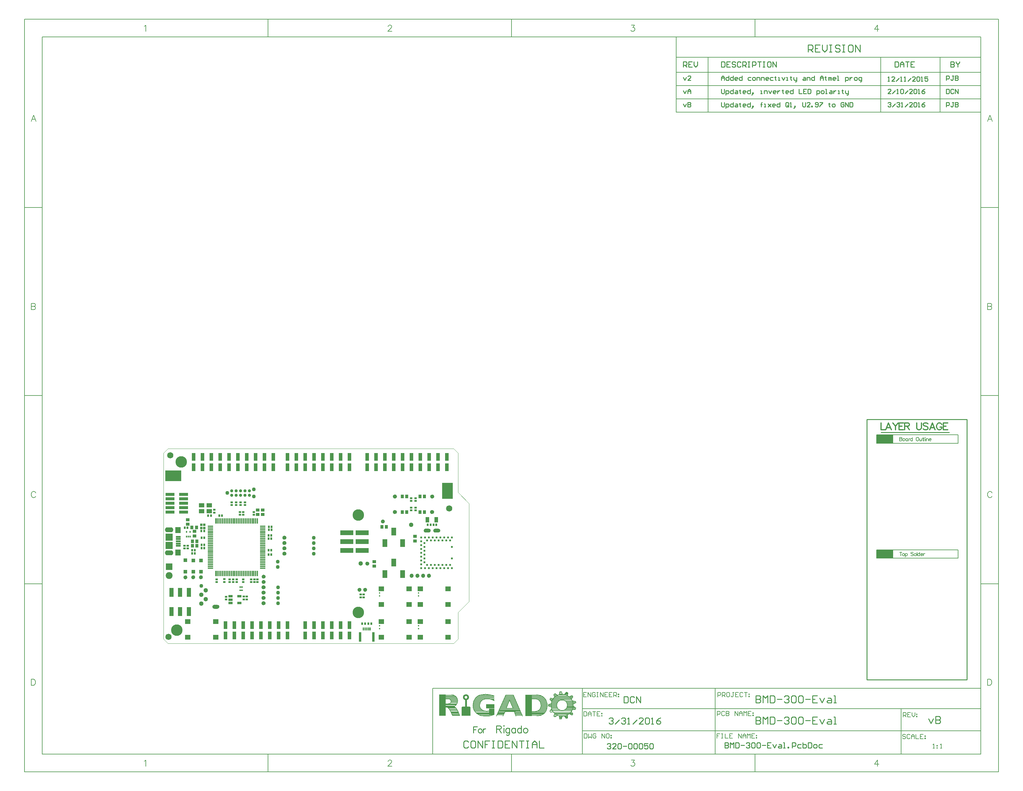
<source format=gts>
G04 Layer_Color=8388736*
%FSLAX25Y25*%
%MOIN*%
G70*
G01*
G75*
%ADD10C,0.00600*%
%ADD46C,0.01000*%
%ADD50C,0.00787*%
%ADD51C,0.00500*%
%ADD52R,0.19000X0.09500*%
%ADD53C,0.00200*%
%ADD54C,0.01180*%
%ADD55C,0.00700*%
%ADD56R,0.02000X0.07500*%
%ADD57R,0.17300X0.00300*%
%ADD58R,0.20400X0.00300*%
%ADD59R,0.07400X0.24300*%
%ADD60R,0.19900X0.00500*%
%ADD61R,0.00400X0.00300*%
%ADD62R,0.00700X0.00300*%
%ADD63R,0.00400X0.00333*%
%ADD64R,0.00300X0.00400*%
%ADD65R,0.00300X0.00300*%
%ADD66R,0.07400X0.00397*%
%ADD67R,0.07500X0.00390*%
%ADD68R,0.13000X0.00397*%
%ADD69R,0.01400X0.00300*%
%ADD70R,0.02300X0.00400*%
%ADD71R,0.02300X0.00300*%
%ADD72R,0.01600X0.00500*%
%ADD73R,0.02500X0.00300*%
%ADD74R,0.02300X0.00500*%
%ADD75R,0.03000X0.00400*%
%ADD76R,0.02900X0.00400*%
%ADD77R,0.03000X0.00300*%
%ADD78R,0.03100X0.00400*%
%ADD79R,0.02800X0.00500*%
%ADD80R,0.03600X0.01300*%
%ADD81R,0.00900X0.00400*%
%ADD82R,0.03300X0.00300*%
%ADD83R,0.01700X0.00300*%
%ADD84R,0.03600X0.00300*%
%ADD85R,0.04600X0.00300*%
%ADD86R,0.09300X0.00400*%
%ADD87R,0.12800X0.00400*%
%ADD88R,0.08300X0.00400*%
%ADD89R,0.10000X0.00400*%
%ADD90R,0.14400X0.00400*%
%ADD91R,0.10300X0.00300*%
%ADD92R,0.14800X0.00300*%
%ADD93R,0.08500X0.00300*%
%ADD94R,0.12600X0.00300*%
%ADD95R,0.15800X0.00300*%
%ADD96R,0.11200X0.00400*%
%ADD97R,0.03500X0.00300*%
%ADD98R,0.16000X0.00300*%
%ADD99R,0.08900X0.00300*%
%ADD100R,0.14700X0.00300*%
%ADD101R,0.16700X0.00400*%
%ADD102R,0.15200X0.00400*%
%ADD103R,0.16800X0.00400*%
%ADD104R,0.17000X0.00400*%
%ADD105R,0.17500X0.00500*%
%ADD106R,0.01200X0.00400*%
%ADD107R,0.15000X0.00300*%
%ADD108R,0.09300X0.00300*%
%ADD109R,0.18000X0.00300*%
%ADD110R,0.17800X0.00400*%
%ADD111R,0.01700X0.00400*%
%ADD112R,0.15700X0.00300*%
%ADD113R,0.18600X0.00300*%
%ADD114R,0.09700X0.00300*%
%ADD115R,0.18700X0.00300*%
%ADD116R,0.18300X0.00400*%
%ADD117R,0.02800X0.00600*%
%ADD118R,0.15700X0.00400*%
%ADD119R,0.19000X0.00400*%
%ADD120R,0.19300X0.00400*%
%ADD121R,0.18800X0.00500*%
%ADD122R,0.03900X0.00400*%
%ADD123R,0.16400X0.00300*%
%ADD124R,0.19600X0.00300*%
%ADD125R,0.19700X0.00300*%
%ADD126R,0.19000X0.00300*%
%ADD127R,0.20700X0.00300*%
%ADD128R,0.20100X0.00300*%
%ADD129R,0.10600X0.00300*%
%ADD130R,0.20000X0.00300*%
%ADD131R,0.19400X0.00300*%
%ADD132R,0.20300X0.00400*%
%ADD133R,0.10900X0.00400*%
%ADD134R,0.20500X0.00400*%
%ADD135R,0.19500X0.00400*%
%ADD136R,0.20600X0.00300*%
%ADD137R,0.11100X0.00300*%
%ADD138R,0.20800X0.00300*%
%ADD139R,0.21000X0.00300*%
%ADD140R,0.11300X0.00300*%
%ADD141R,0.21100X0.00300*%
%ADD142R,0.19800X0.00300*%
%ADD143R,0.20700X0.00400*%
%ADD144R,0.00600X0.00400*%
%ADD145R,0.21400X0.00400*%
%ADD146R,0.11700X0.00400*%
%ADD147R,0.21300X0.00400*%
%ADD148R,0.20100X0.00400*%
%ADD149R,0.02200X0.00400*%
%ADD150R,0.21700X0.00300*%
%ADD151R,0.12000X0.00300*%
%ADD152R,0.20200X0.00300*%
%ADD153R,0.03400X0.00300*%
%ADD154R,0.12700X0.00300*%
%ADD155R,0.12300X0.00300*%
%ADD156R,0.05900X0.00400*%
%ADD157R,0.09900X0.00300*%
%ADD158R,0.24200X0.00400*%
%ADD159R,0.12600X0.00400*%
%ADD160R,0.04100X0.00500*%
%ADD161R,0.10800X0.00400*%
%ADD162R,0.08600X0.00400*%
%ADD163R,0.24300X0.00300*%
%ADD164R,0.12900X0.00300*%
%ADD165R,0.03200X0.00300*%
%ADD166R,0.10000X0.00300*%
%ADD167R,0.07900X0.00300*%
%ADD168R,0.24500X0.00300*%
%ADD169R,0.08300X0.00300*%
%ADD170R,0.13300X0.00300*%
%ADD171R,0.02200X0.00500*%
%ADD172R,0.07800X0.00300*%
%ADD173R,0.10400X0.00400*%
%ADD174R,0.13000X0.00400*%
%ADD175R,0.08400X0.00400*%
%ADD176R,0.13700X0.00400*%
%ADD177R,0.01300X0.00400*%
%ADD178R,0.09400X0.00400*%
%ADD179R,0.07900X0.00400*%
%ADD180R,0.09100X0.00400*%
%ADD181R,0.11000X0.00300*%
%ADD182R,0.08000X0.00300*%
%ADD183R,0.13800X0.00300*%
%ADD184R,0.01100X0.00300*%
%ADD185R,0.09000X0.00300*%
%ADD186R,0.07600X0.00300*%
%ADD187R,0.08400X0.00300*%
%ADD188R,0.06700X0.00300*%
%ADD189R,0.07000X0.00300*%
%ADD190R,0.07700X0.00300*%
%ADD191R,0.07700X0.00400*%
%ADD192R,0.07000X0.00400*%
%ADD193R,0.06700X0.00400*%
%ADD194R,0.08700X0.00400*%
%ADD195R,0.07500X0.00300*%
%ADD196R,0.06600X0.00300*%
%ADD197R,0.08600X0.00300*%
%ADD198R,0.06900X0.00300*%
%ADD199R,0.07400X0.00300*%
%ADD200R,0.10600X0.00400*%
%ADD201R,0.07100X0.00400*%
%ADD202R,0.07300X0.00400*%
%ADD203R,0.06600X0.00400*%
%ADD204R,0.08000X0.00400*%
%ADD205R,0.10400X0.00300*%
%ADD206R,0.07200X0.00300*%
%ADD207R,0.06800X0.00300*%
%ADD208R,0.07300X0.00300*%
%ADD209R,0.06900X0.00400*%
%ADD210R,0.07400X0.00400*%
%ADD211R,0.07100X0.00300*%
%ADD212R,0.06300X0.00400*%
%ADD213R,0.08100X0.00400*%
%ADD214R,0.11600X0.00300*%
%ADD215R,0.06400X0.00300*%
%ADD216R,0.08700X0.00300*%
%ADD217R,0.07200X0.00400*%
%ADD218R,0.09700X0.04700*%
%ADD219R,0.18900X0.00600*%
%ADD220R,0.09400X0.00300*%
%ADD221R,0.09200X0.00300*%
%ADD222R,0.18800X0.00300*%
%ADD223R,0.06400X0.00400*%
%ADD224R,0.09500X0.00400*%
%ADD225R,0.07800X0.00400*%
%ADD226R,0.18800X0.00400*%
%ADD227R,0.18200X0.00400*%
%ADD228R,0.17700X0.00300*%
%ADD229R,0.09000X0.00400*%
%ADD230R,0.07500X0.00400*%
%ADD231R,0.17200X0.00500*%
%ADD232R,0.16900X0.00600*%
%ADD233R,0.08400X0.00500*%
%ADD234R,0.06500X0.00400*%
%ADD235R,0.09100X0.00300*%
%ADD236R,0.17900X0.00300*%
%ADD237R,0.09600X0.00300*%
%ADD238R,0.06658X0.00300*%
%ADD239R,0.08800X0.00500*%
%ADD240R,0.10100X0.00400*%
%ADD241R,0.22000X0.00300*%
%ADD242R,0.06300X0.07000*%
%ADD243R,0.08100X0.00300*%
%ADD244R,0.22300X0.00400*%
%ADD245R,0.10900X0.00300*%
%ADD246R,0.22600X0.00300*%
%ADD247R,0.22900X0.00300*%
%ADD248R,0.09700X0.00400*%
%ADD249R,0.23300X0.00400*%
%ADD250R,0.08200X0.00400*%
%ADD251R,0.23500X0.00300*%
%ADD252R,0.23800X0.00500*%
%ADD253R,0.24500X0.00400*%
%ADD254R,0.24000X0.00400*%
%ADD255R,0.24600X0.00300*%
%ADD256R,0.08900X0.00400*%
%ADD257R,0.01000X0.00400*%
%ADD258R,0.07600X0.00400*%
%ADD259R,0.21700X0.00400*%
%ADD260R,0.21600X0.00300*%
%ADD261R,0.20500X0.00300*%
%ADD262R,0.00600X0.00300*%
%ADD263R,0.21900X0.00300*%
%ADD264R,0.21100X0.00400*%
%ADD265R,0.20400X0.00400*%
%ADD266R,0.22000X0.00400*%
%ADD267R,0.21000X0.00400*%
%ADD268R,0.07900X0.00600*%
%ADD269R,0.21500X0.00300*%
%ADD270R,0.20200X0.00400*%
%ADD271R,0.20300X0.00300*%
%ADD272R,0.20300X0.00500*%
%ADD273R,0.07500X0.00500*%
%ADD274R,0.19600X0.00400*%
%ADD275R,0.03700X0.00300*%
%ADD276R,0.19200X0.00300*%
%ADD277R,0.02600X0.00300*%
%ADD278R,0.19900X0.00300*%
%ADD279R,0.15400X0.00400*%
%ADD280R,0.00800X0.00300*%
%ADD281R,0.15300X0.00300*%
%ADD282R,0.17000X0.00300*%
%ADD283R,0.08200X0.00300*%
%ADD284R,0.15300X0.00400*%
%ADD285R,0.18300X0.00300*%
%ADD286R,0.11000X0.00400*%
%ADD287R,0.03300X0.00400*%
%ADD288R,0.17600X0.00400*%
%ADD289R,0.13300X0.00400*%
%ADD290R,0.07900X0.00500*%
%ADD291R,0.07400X0.00430*%
%ADD292R,0.07300X0.24000*%
%ADD293R,0.03700X0.00397*%
%ADD294R,0.05300X0.00397*%
%ADD295R,0.03000X0.00397*%
%ADD296R,0.06700X0.00356*%
%ADD297R,0.03300X0.00333*%
%ADD298R,0.02000X0.00333*%
%ADD299R,0.03100X0.00333*%
%ADD300R,0.01200X0.00333*%
%ADD301R,0.02900X0.00333*%
%ADD302R,0.03000X0.00408*%
%ADD303R,0.02700X0.00333*%
%ADD304R,0.03000X0.00333*%
%ADD305R,0.02300X0.00333*%
%ADD306R,0.03000X0.00333*%
%ADD307R,0.02200X0.00333*%
%ADD308R,0.02500X0.00333*%
%ADD309R,0.01300X0.00426*%
%ADD310R,0.02300X0.00333*%
%ADD311R,0.02000X0.00469*%
%ADD312R,0.18109X0.00300*%
%ADD313R,0.02983X0.00600*%
%ADD314R,0.16055X0.00400*%
%ADD315R,0.08066X0.00300*%
%ADD316R,0.10834X0.00300*%
%ADD317R,0.07366X0.00300*%
%ADD318R,0.08294X0.00400*%
%ADD319R,0.09383X0.00400*%
%ADD320R,0.09283X0.00300*%
%ADD321R,0.06560X0.00300*%
%ADD322R,0.21453X0.00400*%
%ADD323R,0.08482X0.00400*%
%ADD324R,0.08428X0.00300*%
%ADD325R,0.08160X0.00400*%
%ADD326R,0.20477X0.00400*%
%ADD327R,0.08049X0.00600*%
%ADD328R,0.08000X0.00432*%
%ADD329R,0.02600X0.00427*%
%ADD344C,0.02400*%
%ADD345R,0.01378X0.01811*%
%ADD346C,0.01181*%
%ADD347C,0.04331*%
%ADD348R,0.03937X0.03347*%
%ADD349R,0.05906X0.04921*%
%ADD350R,0.04331X0.06496*%
%ADD351R,0.04528X0.02992*%
%ADD352R,0.01378X0.06496*%
%ADD353R,0.06496X0.01378*%
%ADD354R,0.02323X0.02323*%
%ADD355R,0.12205X0.18110*%
%ADD356R,0.18110X0.12205*%
%ADD357C,0.05118*%
%ADD358R,0.05118X0.10236*%
%ADD359R,0.06496X0.05512*%
%ADD360R,0.06299X0.05512*%
%ADD361R,0.03347X0.03937*%
%ADD362R,0.02559X0.02441*%
%ADD363R,0.02441X0.02559*%
%ADD364R,0.02835X0.02835*%
%ADD365R,0.01181X0.01378*%
%ADD366R,0.05394X0.09055*%
%ADD367R,0.14882X0.05394*%
%ADD368R,0.04409X0.09016*%
%ADD369R,0.07874X0.07874*%
%ADD370R,0.05709X0.01969*%
%ADD371R,0.05906X0.06693*%
%ADD372R,0.09843X0.03386*%
%ADD373C,0.03543*%
%ADD374R,0.01772X0.03543*%
%ADD375R,0.02756X0.10630*%
%ADD376R,0.04409X0.03858*%
%ADD377R,0.01575X0.02165*%
%ADD378C,0.07794*%
%ADD379R,0.07794X0.07794*%
%ADD380O,0.09449X0.05512*%
%ADD381C,0.12992*%
G36*
X8433Y215577D02*
X9016Y215336D01*
X9540Y214986D01*
X9986Y214540D01*
X10336Y214016D01*
X10577Y213433D01*
X10700Y212815D01*
Y212500D01*
Y212185D01*
X10577Y211567D01*
X10336Y210984D01*
X9986Y210460D01*
X9540Y210014D01*
X9016Y209664D01*
X8433Y209423D01*
X7815Y209300D01*
X7185D01*
X6567Y209423D01*
X5984Y209664D01*
X5460Y210014D01*
X5014Y210460D01*
X4664Y210984D01*
X4423Y211567D01*
X4300Y212185D01*
Y212500D01*
Y212815D01*
X4423Y213433D01*
X4664Y214016D01*
X5014Y214540D01*
X5460Y214986D01*
X5984Y215336D01*
X6567Y215577D01*
X7185Y215700D01*
X7815D01*
X8433Y215577D01*
D02*
G37*
G36*
X323433Y155577D02*
X324016Y155336D01*
X324540Y154986D01*
X324986Y154540D01*
X325336Y154016D01*
X325577Y153433D01*
X325700Y152815D01*
Y152500D01*
Y152185D01*
X325577Y151567D01*
X325336Y150984D01*
X324986Y150460D01*
X324540Y150014D01*
X324016Y149664D01*
X323433Y149423D01*
X322815Y149300D01*
X322185D01*
X321567Y149423D01*
X320984Y149664D01*
X320460Y150014D01*
X320014Y150460D01*
X319664Y150984D01*
X319423Y151567D01*
X319300Y152185D01*
Y152500D01*
Y152815D01*
X319423Y153433D01*
X319664Y154016D01*
X320014Y154540D01*
X320460Y154986D01*
X320984Y155336D01*
X321567Y155577D01*
X322185Y155700D01*
X322815D01*
X323433Y155577D01*
D02*
G37*
G36*
X310138Y125256D02*
X306791D01*
Y129783D01*
X310138D01*
Y125256D01*
D02*
G37*
G36*
X299311D02*
X295965D01*
Y129783D01*
X299311D01*
Y125256D01*
D02*
G37*
G36*
X60673Y39236D02*
X57327D01*
Y43764D01*
X60673D01*
Y39236D01*
D02*
G37*
G36*
X6433Y10577D02*
X7016Y10336D01*
X7540Y9986D01*
X7986Y9540D01*
X8336Y9016D01*
X8577Y8433D01*
X8700Y7815D01*
Y7500D01*
Y7185D01*
X8577Y6567D01*
X8336Y5984D01*
X7986Y5460D01*
X7540Y5014D01*
X7016Y4664D01*
X6433Y4423D01*
X5815Y4300D01*
X5185D01*
X4567Y4423D01*
X3984Y4664D01*
X3460Y5014D01*
X3014Y5460D01*
X2664Y5984D01*
X2423Y6567D01*
X2300Y7185D01*
Y7500D01*
Y7815D01*
X2423Y8433D01*
X2664Y9016D01*
X3014Y9540D01*
X3460Y9986D01*
X3984Y10336D01*
X4567Y10577D01*
X5185Y10700D01*
X5815D01*
X6433Y10577D01*
D02*
G37*
G36*
X345861Y-71286D02*
X346192Y-71507D01*
X346413Y-71838D01*
X346491Y-72228D01*
X346471D01*
X346491Y-80728D01*
X346413Y-81119D01*
X346192Y-81449D01*
X345861Y-81670D01*
X345471Y-81748D01*
Y-81728D01*
X337471Y-81748D01*
X337081Y-81670D01*
X336750Y-81449D01*
X336529Y-81119D01*
X336451Y-80728D01*
X336471D01*
X336451Y-72228D01*
X336529Y-71838D01*
X336750Y-71507D01*
X337081Y-71286D01*
X337471Y-71209D01*
Y-71228D01*
X345471Y-71209D01*
X345861Y-71286D01*
D02*
G37*
D10*
X325700Y152500D02*
G03*
X325700Y152500I-3200J0D01*
G01*
X8700Y7500D02*
G03*
X8700Y7500I-3200J0D01*
G01*
X10700Y212500D02*
G03*
X10700Y212500I-3200J0D01*
G01*
D46*
X794171Y-40800D02*
Y253200D01*
X907171D01*
Y-40800D02*
Y253200D01*
X794171Y-40800D02*
X907171D01*
X810171Y238448D02*
X887171D01*
X344332Y-111135D02*
X342999Y-109803D01*
X340333D01*
X339000Y-111135D01*
Y-116467D01*
X340333Y-117800D01*
X342999D01*
X344332Y-116467D01*
X350996Y-109803D02*
X348330D01*
X346997Y-111135D01*
Y-116467D01*
X348330Y-117800D01*
X350996D01*
X352329Y-116467D01*
Y-111135D01*
X350996Y-109803D01*
X354995Y-117800D02*
Y-109803D01*
X360326Y-117800D01*
Y-109803D01*
X368324D02*
X362992D01*
Y-113801D01*
X365658D01*
X362992D01*
Y-117800D01*
X370990Y-109803D02*
X373655D01*
X372323D01*
Y-117800D01*
X370990D01*
X373655D01*
X377654Y-109803D02*
Y-117800D01*
X381653D01*
X382986Y-116467D01*
Y-111135D01*
X381653Y-109803D01*
X377654D01*
X390983D02*
X385652D01*
Y-117800D01*
X390983D01*
X385652Y-113801D02*
X388317D01*
X393649Y-117800D02*
Y-109803D01*
X398981Y-117800D01*
Y-109803D01*
X401646D02*
X406978D01*
X404312D01*
Y-117800D01*
X409644Y-109803D02*
X412310D01*
X410977D01*
Y-117800D01*
X409644D01*
X412310D01*
X416308D02*
Y-112468D01*
X418974Y-109803D01*
X421640Y-112468D01*
Y-117800D01*
Y-113801D01*
X416308D01*
X424306Y-109803D02*
Y-117800D01*
X429637D01*
X884000Y606200D02*
Y611198D01*
X886499D01*
X887332Y610365D01*
Y608699D01*
X886499Y607866D01*
X884000D01*
X892331Y611198D02*
X890664D01*
X891498D01*
Y607033D01*
X890664Y606200D01*
X889831D01*
X888998Y607033D01*
X893997Y611198D02*
Y606200D01*
X896496D01*
X897329Y607033D01*
Y607866D01*
X896496Y608699D01*
X893997D01*
X896496D01*
X897329Y609532D01*
Y610365D01*
X896496Y611198D01*
X893997D01*
X818000Y610365D02*
X818833Y611198D01*
X820499D01*
X821332Y610365D01*
Y609532D01*
X820499Y608699D01*
X819666D01*
X820499D01*
X821332Y607866D01*
Y607033D01*
X820499Y606200D01*
X818833D01*
X818000Y607033D01*
X822998Y606200D02*
X826331Y609532D01*
X827997Y610365D02*
X828830Y611198D01*
X830496D01*
X831329Y610365D01*
Y609532D01*
X830496Y608699D01*
X829663D01*
X830496D01*
X831329Y607866D01*
Y607033D01*
X830496Y606200D01*
X828830D01*
X827997Y607033D01*
X832995Y606200D02*
X834661D01*
X833828D01*
Y611198D01*
X832995Y610365D01*
X837160Y606200D02*
X840493Y609532D01*
X845491Y606200D02*
X842159D01*
X845491Y609532D01*
Y610365D01*
X844658Y611198D01*
X842992D01*
X842159Y610365D01*
X847157D02*
X847990Y611198D01*
X849656D01*
X850490Y610365D01*
Y607033D01*
X849656Y606200D01*
X847990D01*
X847157Y607033D01*
Y610365D01*
X852156Y606200D02*
X853822D01*
X852989D01*
Y611198D01*
X852156Y610365D01*
X859653Y611198D02*
X857987Y610365D01*
X856321Y608699D01*
Y607033D01*
X857154Y606200D01*
X858820D01*
X859653Y607033D01*
Y607866D01*
X858820Y608699D01*
X856321D01*
X630000Y611198D02*
Y607033D01*
X630833Y606200D01*
X632499D01*
X633332Y607033D01*
Y611198D01*
X634998Y604534D02*
Y609532D01*
X637498D01*
X638331Y608699D01*
Y607033D01*
X637498Y606200D01*
X634998D01*
X643329Y611198D02*
Y606200D01*
X640830D01*
X639997Y607033D01*
Y608699D01*
X640830Y609532D01*
X643329D01*
X645828D02*
X647494D01*
X648327Y608699D01*
Y606200D01*
X645828D01*
X644995Y607033D01*
X645828Y607866D01*
X648327D01*
X650827Y610365D02*
Y609532D01*
X649994D01*
X651660D01*
X650827D01*
Y607033D01*
X651660Y606200D01*
X656658D02*
X654992D01*
X654159Y607033D01*
Y608699D01*
X654992Y609532D01*
X656658D01*
X657491Y608699D01*
Y607866D01*
X654159D01*
X662490Y611198D02*
Y606200D01*
X659990D01*
X659157Y607033D01*
Y608699D01*
X659990Y609532D01*
X662490D01*
X664989Y605367D02*
X665822Y606200D01*
Y607033D01*
X664989D01*
Y606200D01*
X665822D01*
X664989Y605367D01*
X664156Y604534D01*
X674985Y606200D02*
Y610365D01*
Y608699D01*
X674152D01*
X675818D01*
X674985D01*
Y610365D01*
X675818Y611198D01*
X678318Y606200D02*
X679984D01*
X679151D01*
Y609532D01*
X678318D01*
X682483D02*
X685815Y606200D01*
X684149Y607866D01*
X685815Y609532D01*
X682483Y606200D01*
X689981D02*
X688314D01*
X687481Y607033D01*
Y608699D01*
X688314Y609532D01*
X689981D01*
X690814Y608699D01*
Y607866D01*
X687481D01*
X695812Y611198D02*
Y606200D01*
X693313D01*
X692480Y607033D01*
Y608699D01*
X693313Y609532D01*
X695812D01*
X705809Y607033D02*
Y610365D01*
X704976Y611198D01*
X703310D01*
X702477Y610365D01*
Y607033D01*
X703310Y606200D01*
X704976D01*
X704143Y607866D02*
X705809Y606200D01*
X704976D02*
X705809Y607033D01*
X707475Y606200D02*
X709141D01*
X708308D01*
Y611198D01*
X707475Y610365D01*
X712473Y605367D02*
X713306Y606200D01*
Y607033D01*
X712473D01*
Y606200D01*
X713306D01*
X712473Y605367D01*
X711640Y604534D01*
X721637Y611198D02*
Y607033D01*
X722470Y606200D01*
X724136D01*
X724969Y607033D01*
Y611198D01*
X729968Y606200D02*
X726635D01*
X729968Y609532D01*
Y610365D01*
X729135Y611198D01*
X727468D01*
X726635Y610365D01*
X731634Y606200D02*
Y607033D01*
X732467D01*
Y606200D01*
X731634D01*
X735799Y607033D02*
X736632Y606200D01*
X738298D01*
X739131Y607033D01*
Y610365D01*
X738298Y611198D01*
X736632D01*
X735799Y610365D01*
Y609532D01*
X736632Y608699D01*
X739131D01*
X740797Y611198D02*
X744130D01*
Y610365D01*
X740797Y607033D01*
Y606200D01*
X751627Y610365D02*
Y609532D01*
X750794D01*
X752460D01*
X751627D01*
Y607033D01*
X752460Y606200D01*
X755793D02*
X757459D01*
X758292Y607033D01*
Y608699D01*
X757459Y609532D01*
X755793D01*
X754959Y608699D01*
Y607033D01*
X755793Y606200D01*
X768289Y610365D02*
X767455Y611198D01*
X765789D01*
X764956Y610365D01*
Y607033D01*
X765789Y606200D01*
X767455D01*
X768289Y607033D01*
Y608699D01*
X766622D01*
X769955Y606200D02*
Y611198D01*
X773287Y606200D01*
Y611198D01*
X774953D02*
Y606200D01*
X777452D01*
X778285Y607033D01*
Y610365D01*
X777452Y611198D01*
X774953D01*
X587000Y609532D02*
X588666Y606200D01*
X590332Y609532D01*
X591998Y611198D02*
Y606200D01*
X594498D01*
X595331Y607033D01*
Y607866D01*
X594498Y608699D01*
X591998D01*
X594498D01*
X595331Y609532D01*
Y610365D01*
X594498Y611198D01*
X591998D01*
X587000Y624532D02*
X588666Y621200D01*
X590332Y624532D01*
X591998Y621200D02*
Y624532D01*
X593665Y626198D01*
X595331Y624532D01*
Y621200D01*
Y623699D01*
X591998D01*
X630000Y626198D02*
Y622033D01*
X630833Y621200D01*
X632499D01*
X633332Y622033D01*
Y626198D01*
X634998Y619534D02*
Y624532D01*
X637498D01*
X638331Y623699D01*
Y622033D01*
X637498Y621200D01*
X634998D01*
X643329Y626198D02*
Y621200D01*
X640830D01*
X639997Y622033D01*
Y623699D01*
X640830Y624532D01*
X643329D01*
X645828D02*
X647494D01*
X648327Y623699D01*
Y621200D01*
X645828D01*
X644995Y622033D01*
X645828Y622866D01*
X648327D01*
X650827Y625365D02*
Y624532D01*
X649994D01*
X651660D01*
X650827D01*
Y622033D01*
X651660Y621200D01*
X656658D02*
X654992D01*
X654159Y622033D01*
Y623699D01*
X654992Y624532D01*
X656658D01*
X657491Y623699D01*
Y622866D01*
X654159D01*
X662490Y626198D02*
Y621200D01*
X659990D01*
X659157Y622033D01*
Y623699D01*
X659990Y624532D01*
X662490D01*
X664989Y620367D02*
X665822Y621200D01*
Y622033D01*
X664989D01*
Y621200D01*
X665822D01*
X664989Y620367D01*
X664156Y619534D01*
X674152Y621200D02*
X675818D01*
X674985D01*
Y624532D01*
X674152D01*
X678318Y621200D02*
Y624532D01*
X680817D01*
X681650Y623699D01*
Y621200D01*
X683316Y624532D02*
X684982Y621200D01*
X686648Y624532D01*
X690814Y621200D02*
X689148D01*
X688314Y622033D01*
Y623699D01*
X689148Y624532D01*
X690814D01*
X691647Y623699D01*
Y622866D01*
X688314D01*
X693313Y624532D02*
Y621200D01*
Y622866D01*
X694146Y623699D01*
X694979Y624532D01*
X695812D01*
X699144Y625365D02*
Y624532D01*
X698311D01*
X699977D01*
X699144D01*
Y622033D01*
X699977Y621200D01*
X704976D02*
X703310D01*
X702477Y622033D01*
Y623699D01*
X703310Y624532D01*
X704976D01*
X705809Y623699D01*
Y622866D01*
X702477D01*
X710807Y626198D02*
Y621200D01*
X708308D01*
X707475Y622033D01*
Y623699D01*
X708308Y624532D01*
X710807D01*
X717472Y626198D02*
Y621200D01*
X720804D01*
X725802Y626198D02*
X722470D01*
Y621200D01*
X725802D01*
X722470Y623699D02*
X724136D01*
X727468Y626198D02*
Y621200D01*
X729968D01*
X730801Y622033D01*
Y625365D01*
X729968Y626198D01*
X727468D01*
X737465Y619534D02*
Y624532D01*
X739964D01*
X740797Y623699D01*
Y622033D01*
X739964Y621200D01*
X737465D01*
X743297D02*
X744963D01*
X745796Y622033D01*
Y623699D01*
X744963Y624532D01*
X743297D01*
X742464Y623699D01*
Y622033D01*
X743297Y621200D01*
X747462D02*
X749128D01*
X748295D01*
Y626198D01*
X747462D01*
X752460Y624532D02*
X754127D01*
X754959Y623699D01*
Y621200D01*
X752460D01*
X751627Y622033D01*
X752460Y622866D01*
X754959D01*
X756626Y624532D02*
Y621200D01*
Y622866D01*
X757459Y623699D01*
X758292Y624532D01*
X759125D01*
X761624Y621200D02*
X763290D01*
X762457D01*
Y624532D01*
X761624D01*
X766622Y625365D02*
Y624532D01*
X765789D01*
X767455D01*
X766622D01*
Y622033D01*
X767455Y621200D01*
X769955Y624532D02*
Y622033D01*
X770788Y621200D01*
X773287D01*
Y620367D01*
X772454Y619534D01*
X771621D01*
X773287Y621200D02*
Y624532D01*
X821332Y621200D02*
X818000D01*
X821332Y624532D01*
Y625365D01*
X820499Y626198D01*
X818833D01*
X818000Y625365D01*
X822998Y621200D02*
X826331Y624532D01*
X827997Y621200D02*
X829663D01*
X828830D01*
Y626198D01*
X827997Y625365D01*
X832162D02*
X832995Y626198D01*
X834661D01*
X835494Y625365D01*
Y622033D01*
X834661Y621200D01*
X832995D01*
X832162Y622033D01*
Y625365D01*
X837160Y621200D02*
X840493Y624532D01*
X845491Y621200D02*
X842159D01*
X845491Y624532D01*
Y625365D01*
X844658Y626198D01*
X842992D01*
X842159Y625365D01*
X847157D02*
X847990Y626198D01*
X849656D01*
X850490Y625365D01*
Y622033D01*
X849656Y621200D01*
X847990D01*
X847157Y622033D01*
Y625365D01*
X852156Y621200D02*
X853822D01*
X852989D01*
Y626198D01*
X852156Y625365D01*
X859653Y626198D02*
X857987Y625365D01*
X856321Y623699D01*
Y622033D01*
X857154Y621200D01*
X858820D01*
X859653Y622033D01*
Y622866D01*
X858820Y623699D01*
X856321D01*
X884000Y626198D02*
Y621200D01*
X886499D01*
X887332Y622033D01*
Y625365D01*
X886499Y626198D01*
X884000D01*
X892331Y625365D02*
X891498Y626198D01*
X889831D01*
X888998Y625365D01*
Y622033D01*
X889831Y621200D01*
X891498D01*
X892331Y622033D01*
X893997Y621200D02*
Y626198D01*
X897329Y621200D01*
Y626198D01*
X884000Y636200D02*
Y641198D01*
X886499D01*
X887332Y640365D01*
Y638699D01*
X886499Y637866D01*
X884000D01*
X892331Y641198D02*
X890664D01*
X891498D01*
Y637033D01*
X890664Y636200D01*
X889831D01*
X888998Y637033D01*
X893997Y641198D02*
Y636200D01*
X896496D01*
X897329Y637033D01*
Y637866D01*
X896496Y638699D01*
X893997D01*
X896496D01*
X897329Y639532D01*
Y640365D01*
X896496Y641198D01*
X893997D01*
X818000Y635200D02*
X819666D01*
X818833D01*
Y640198D01*
X818000Y639365D01*
X825498Y635200D02*
X822165D01*
X825498Y638532D01*
Y639365D01*
X824664Y640198D01*
X822998D01*
X822165Y639365D01*
X827164Y635200D02*
X830496Y638532D01*
X832162Y635200D02*
X833828D01*
X832995D01*
Y640198D01*
X832162Y639365D01*
X836327Y635200D02*
X837994D01*
X837160D01*
Y640198D01*
X836327Y639365D01*
X840493Y635200D02*
X843825Y638532D01*
X848823Y635200D02*
X845491D01*
X848823Y638532D01*
Y639365D01*
X847990Y640198D01*
X846324D01*
X845491Y639365D01*
X850490D02*
X851322Y640198D01*
X852989D01*
X853822Y639365D01*
Y636033D01*
X852989Y635200D01*
X851322D01*
X850490Y636033D01*
Y639365D01*
X855488Y635200D02*
X857154D01*
X856321D01*
Y640198D01*
X855488Y639365D01*
X862985Y640198D02*
X859653D01*
Y637699D01*
X861319Y638532D01*
X862152D01*
X862985Y637699D01*
Y636033D01*
X862152Y635200D01*
X860486D01*
X859653Y636033D01*
X630000Y636200D02*
Y639532D01*
X631666Y641198D01*
X633332Y639532D01*
Y636200D01*
Y638699D01*
X630000D01*
X638331Y641198D02*
Y636200D01*
X635831D01*
X634998Y637033D01*
Y638699D01*
X635831Y639532D01*
X638331D01*
X643329Y641198D02*
Y636200D01*
X640830D01*
X639997Y637033D01*
Y638699D01*
X640830Y639532D01*
X643329D01*
X647494Y636200D02*
X645828D01*
X644995Y637033D01*
Y638699D01*
X645828Y639532D01*
X647494D01*
X648327Y638699D01*
Y637866D01*
X644995D01*
X653326Y641198D02*
Y636200D01*
X650827D01*
X649994Y637033D01*
Y638699D01*
X650827Y639532D01*
X653326D01*
X663322D02*
X660823D01*
X659990Y638699D01*
Y637033D01*
X660823Y636200D01*
X663322D01*
X665822D02*
X667488D01*
X668321Y637033D01*
Y638699D01*
X667488Y639532D01*
X665822D01*
X664989Y638699D01*
Y637033D01*
X665822Y636200D01*
X669987D02*
Y639532D01*
X672486D01*
X673319Y638699D01*
Y636200D01*
X674985D02*
Y639532D01*
X677485D01*
X678318Y638699D01*
Y636200D01*
X682483D02*
X680817D01*
X679984Y637033D01*
Y638699D01*
X680817Y639532D01*
X682483D01*
X683316Y638699D01*
Y637866D01*
X679984D01*
X688314Y639532D02*
X685815D01*
X684982Y638699D01*
Y637033D01*
X685815Y636200D01*
X688314D01*
X690814Y640365D02*
Y639532D01*
X689981D01*
X691647D01*
X690814D01*
Y637033D01*
X691647Y636200D01*
X694146D02*
X695812D01*
X694979D01*
Y639532D01*
X694146D01*
X698311D02*
X699977Y636200D01*
X701644Y639532D01*
X703310Y636200D02*
X704976D01*
X704143D01*
Y639532D01*
X703310D01*
X708308Y640365D02*
Y639532D01*
X707475D01*
X709141D01*
X708308D01*
Y637033D01*
X709141Y636200D01*
X711640Y639532D02*
Y637033D01*
X712473Y636200D01*
X714972D01*
Y635367D01*
X714139Y634534D01*
X713306D01*
X714972Y636200D02*
Y639532D01*
X722470D02*
X724136D01*
X724969Y638699D01*
Y636200D01*
X722470D01*
X721637Y637033D01*
X722470Y637866D01*
X724969D01*
X726635Y636200D02*
Y639532D01*
X729135D01*
X729968Y638699D01*
Y636200D01*
X734966Y641198D02*
Y636200D01*
X732467D01*
X731634Y637033D01*
Y638699D01*
X732467Y639532D01*
X734966D01*
X741631Y636200D02*
Y639532D01*
X743297Y641198D01*
X744963Y639532D01*
Y636200D01*
Y638699D01*
X741631D01*
X747462Y640365D02*
Y639532D01*
X746629D01*
X748295D01*
X747462D01*
Y637033D01*
X748295Y636200D01*
X750794D02*
Y639532D01*
X751627D01*
X752460Y638699D01*
Y636200D01*
Y638699D01*
X753293Y639532D01*
X754127Y638699D01*
Y636200D01*
X758292D02*
X756626D01*
X755793Y637033D01*
Y638699D01*
X756626Y639532D01*
X758292D01*
X759125Y638699D01*
Y637866D01*
X755793D01*
X760791Y636200D02*
X762457D01*
X761624D01*
Y641198D01*
X760791D01*
X769955Y634534D02*
Y639532D01*
X772454D01*
X773287Y638699D01*
Y637033D01*
X772454Y636200D01*
X769955D01*
X774953Y639532D02*
Y636200D01*
Y637866D01*
X775786Y638699D01*
X776619Y639532D01*
X777452D01*
X780785Y636200D02*
X782451D01*
X783284Y637033D01*
Y638699D01*
X782451Y639532D01*
X780785D01*
X779951Y638699D01*
Y637033D01*
X780785Y636200D01*
X786616Y634534D02*
X787449D01*
X788282Y635367D01*
Y639532D01*
X785783D01*
X784950Y638699D01*
Y637033D01*
X785783Y636200D01*
X788282D01*
X587000Y639532D02*
X588666Y636200D01*
X590332Y639532D01*
X595331Y636200D02*
X591998D01*
X595331Y639532D01*
Y640365D01*
X594498Y641198D01*
X592831D01*
X591998Y640365D01*
X501000Y-113802D02*
X502000Y-112802D01*
X503999D01*
X504999Y-113802D01*
Y-114801D01*
X503999Y-115801D01*
X502999D01*
X503999D01*
X504999Y-116801D01*
Y-117800D01*
X503999Y-118800D01*
X502000D01*
X501000Y-117800D01*
X510997Y-118800D02*
X506998D01*
X510997Y-114801D01*
Y-113802D01*
X509997Y-112802D01*
X507998D01*
X506998Y-113802D01*
X512996D02*
X513996Y-112802D01*
X515995D01*
X516995Y-113802D01*
Y-117800D01*
X515995Y-118800D01*
X513996D01*
X512996Y-117800D01*
Y-113802D01*
X518994Y-115801D02*
X522993D01*
X524992Y-113802D02*
X525992Y-112802D01*
X527991D01*
X528991Y-113802D01*
Y-117800D01*
X527991Y-118800D01*
X525992D01*
X524992Y-117800D01*
Y-113802D01*
X530990D02*
X531990Y-112802D01*
X533989D01*
X534989Y-113802D01*
Y-117800D01*
X533989Y-118800D01*
X531990D01*
X530990Y-117800D01*
Y-113802D01*
X536988D02*
X537988Y-112802D01*
X539987D01*
X540987Y-113802D01*
Y-117800D01*
X539987Y-118800D01*
X537988D01*
X536988Y-117800D01*
Y-113802D01*
X546985Y-112802D02*
X542986D01*
Y-115801D01*
X544986Y-114801D01*
X545986D01*
X546985Y-115801D01*
Y-117800D01*
X545986Y-118800D01*
X543986D01*
X542986Y-117800D01*
X548984Y-113802D02*
X549984Y-112802D01*
X551983D01*
X552983Y-113802D01*
Y-117800D01*
X551983Y-118800D01*
X549984D01*
X548984Y-117800D01*
Y-113802D01*
X889000Y657198D02*
Y651200D01*
X891999D01*
X892999Y652200D01*
Y653199D01*
X891999Y654199D01*
X889000D01*
X891999D01*
X892999Y655199D01*
Y656198D01*
X891999Y657198D01*
X889000D01*
X894998D02*
Y656198D01*
X896997Y654199D01*
X898997Y656198D01*
Y657198D01*
X896997Y654199D02*
Y651200D01*
X826000Y657198D02*
Y651200D01*
X828999D01*
X829999Y652200D01*
Y656198D01*
X828999Y657198D01*
X826000D01*
X831998Y651200D02*
Y655199D01*
X833997Y657198D01*
X835997Y655199D01*
Y651200D01*
Y654199D01*
X831998D01*
X837996Y657198D02*
X841995D01*
X839995D01*
Y651200D01*
X847993Y657198D02*
X843994D01*
Y651200D01*
X847993D01*
X843994Y654199D02*
X845994D01*
X630000Y657198D02*
Y651200D01*
X632999D01*
X633999Y652200D01*
Y656198D01*
X632999Y657198D01*
X630000D01*
X639997D02*
X635998D01*
Y651200D01*
X639997D01*
X635998Y654199D02*
X637997D01*
X645995Y656198D02*
X644995Y657198D01*
X642996D01*
X641996Y656198D01*
Y655199D01*
X642996Y654199D01*
X644995D01*
X645995Y653199D01*
Y652200D01*
X644995Y651200D01*
X642996D01*
X641996Y652200D01*
X651993Y656198D02*
X650993Y657198D01*
X648994D01*
X647994Y656198D01*
Y652200D01*
X648994Y651200D01*
X650993D01*
X651993Y652200D01*
X653992Y651200D02*
Y657198D01*
X656991D01*
X657991Y656198D01*
Y654199D01*
X656991Y653199D01*
X653992D01*
X655992D02*
X657991Y651200D01*
X659990Y657198D02*
X661990D01*
X660990D01*
Y651200D01*
X659990D01*
X661990D01*
X664989D02*
Y657198D01*
X667988D01*
X668987Y656198D01*
Y654199D01*
X667988Y653199D01*
X664989D01*
X670987Y657198D02*
X674986D01*
X672986D01*
Y651200D01*
X676985Y657198D02*
X678984D01*
X677985D01*
Y651200D01*
X676985D01*
X678984D01*
X684982Y657198D02*
X682983D01*
X681983Y656198D01*
Y652200D01*
X682983Y651200D01*
X684982D01*
X685982Y652200D01*
Y656198D01*
X684982Y657198D01*
X687981Y651200D02*
Y657198D01*
X691980Y651200D01*
Y657198D01*
X587000Y651200D02*
Y657198D01*
X589999D01*
X590999Y656198D01*
Y654199D01*
X589999Y653199D01*
X587000D01*
X588999D02*
X590999Y651200D01*
X596997Y657198D02*
X592998D01*
Y651200D01*
X596997D01*
X592998Y654199D02*
X594997D01*
X598996Y657198D02*
Y653199D01*
X600995Y651200D01*
X602995Y653199D01*
Y657198D01*
X728000Y668200D02*
Y676197D01*
X731999D01*
X733332Y674864D01*
Y672199D01*
X731999Y670866D01*
X728000D01*
X730666D02*
X733332Y668200D01*
X741329Y676197D02*
X735997D01*
Y668200D01*
X741329D01*
X735997Y672199D02*
X738663D01*
X743995Y676197D02*
Y670866D01*
X746661Y668200D01*
X749326Y670866D01*
Y676197D01*
X751992D02*
X754658D01*
X753325D01*
Y668200D01*
X751992D01*
X754658D01*
X763988Y674864D02*
X762655Y676197D01*
X759990D01*
X758657Y674864D01*
Y673532D01*
X759990Y672199D01*
X762655D01*
X763988Y670866D01*
Y669533D01*
X762655Y668200D01*
X759990D01*
X758657Y669533D01*
X766654Y676197D02*
X769320D01*
X767987D01*
Y668200D01*
X766654D01*
X769320D01*
X777317Y676197D02*
X774652D01*
X773319Y674864D01*
Y669533D01*
X774652Y668200D01*
X777317D01*
X778650Y669533D01*
Y674864D01*
X777317Y676197D01*
X781316Y668200D02*
Y676197D01*
X786648Y668200D01*
Y676197D01*
X669000Y-82803D02*
Y-90800D01*
X672999D01*
X674332Y-89467D01*
Y-88134D01*
X672999Y-86801D01*
X669000D01*
X672999D01*
X674332Y-85468D01*
Y-84136D01*
X672999Y-82803D01*
X669000D01*
X676997Y-90800D02*
Y-82803D01*
X679663Y-85468D01*
X682329Y-82803D01*
Y-90800D01*
X684995Y-82803D02*
Y-90800D01*
X688994D01*
X690326Y-89467D01*
Y-84136D01*
X688994Y-82803D01*
X684995D01*
X692992Y-86801D02*
X698324D01*
X700990Y-84136D02*
X702322Y-82803D01*
X704988D01*
X706321Y-84136D01*
Y-85468D01*
X704988Y-86801D01*
X703655D01*
X704988D01*
X706321Y-88134D01*
Y-89467D01*
X704988Y-90800D01*
X702322D01*
X700990Y-89467D01*
X708987Y-84136D02*
X710320Y-82803D01*
X712986D01*
X714319Y-84136D01*
Y-89467D01*
X712986Y-90800D01*
X710320D01*
X708987Y-89467D01*
Y-84136D01*
X716985D02*
X718317Y-82803D01*
X720983D01*
X722316Y-84136D01*
Y-89467D01*
X720983Y-90800D01*
X718317D01*
X716985Y-89467D01*
Y-84136D01*
X724982Y-86801D02*
X730313D01*
X738311Y-82803D02*
X732979D01*
Y-90800D01*
X738311D01*
X732979Y-86801D02*
X735645D01*
X740977Y-85468D02*
X743643Y-90800D01*
X746308Y-85468D01*
X750307D02*
X752973D01*
X754306Y-86801D01*
Y-90800D01*
X750307D01*
X748974Y-89467D01*
X750307Y-88134D01*
X754306D01*
X756972Y-90800D02*
X759637D01*
X758304D01*
Y-82803D01*
X756972D01*
X863717Y-84992D02*
X866382Y-90324D01*
X869048Y-84992D01*
X871714Y-82326D02*
Y-90324D01*
X875713D01*
X877046Y-88991D01*
Y-87658D01*
X875713Y-86325D01*
X871714D01*
X875713D01*
X877046Y-84992D01*
Y-83659D01*
X875713Y-82326D01*
X871714D01*
X669000Y-58803D02*
Y-66800D01*
X672999D01*
X674332Y-65467D01*
Y-64134D01*
X672999Y-62801D01*
X669000D01*
X672999D01*
X674332Y-61468D01*
Y-60136D01*
X672999Y-58803D01*
X669000D01*
X676997Y-66800D02*
Y-58803D01*
X679663Y-61468D01*
X682329Y-58803D01*
Y-66800D01*
X684995Y-58803D02*
Y-66800D01*
X688994D01*
X690326Y-65467D01*
Y-60136D01*
X688994Y-58803D01*
X684995D01*
X692992Y-62801D02*
X698324D01*
X700990Y-60136D02*
X702322Y-58803D01*
X704988D01*
X706321Y-60136D01*
Y-61468D01*
X704988Y-62801D01*
X703655D01*
X704988D01*
X706321Y-64134D01*
Y-65467D01*
X704988Y-66800D01*
X702322D01*
X700990Y-65467D01*
X708987Y-60136D02*
X710320Y-58803D01*
X712986D01*
X714319Y-60136D01*
Y-65467D01*
X712986Y-66800D01*
X710320D01*
X708987Y-65467D01*
Y-60136D01*
X716985D02*
X718317Y-58803D01*
X720983D01*
X722316Y-60136D01*
Y-65467D01*
X720983Y-66800D01*
X718317D01*
X716985Y-65467D01*
Y-60136D01*
X724982Y-62801D02*
X730313D01*
X738311Y-58803D02*
X732979D01*
Y-66800D01*
X738311D01*
X732979Y-62801D02*
X735645D01*
X740977Y-61468D02*
X743643Y-66800D01*
X746308Y-61468D01*
X750307D02*
X752973D01*
X754306Y-62801D01*
Y-66800D01*
X750307D01*
X748974Y-65467D01*
X750307Y-64134D01*
X754306D01*
X756972Y-66800D02*
X759637D01*
X758304D01*
Y-58803D01*
X756972D01*
X376000Y-92802D02*
Y-100800D01*
Y-92802D02*
X379428D01*
X380570Y-93183D01*
X380951Y-93563D01*
X381332Y-94325D01*
Y-95087D01*
X380951Y-95849D01*
X380570Y-96229D01*
X379428Y-96610D01*
X376000D01*
X378666D02*
X381332Y-100800D01*
X383884Y-92802D02*
X384265Y-93183D01*
X384646Y-92802D01*
X384265Y-92421D01*
X383884Y-92802D01*
X384265Y-95468D02*
Y-100800D01*
X390625Y-95468D02*
Y-101562D01*
X390245Y-102704D01*
X389864Y-103085D01*
X389102Y-103466D01*
X387959D01*
X387198Y-103085D01*
X390625Y-96610D02*
X389864Y-95849D01*
X389102Y-95468D01*
X387959D01*
X387198Y-95849D01*
X386436Y-96610D01*
X386055Y-97753D01*
Y-98515D01*
X386436Y-99657D01*
X387198Y-100419D01*
X387959Y-100800D01*
X389102D01*
X389864Y-100419D01*
X390625Y-99657D01*
X397329Y-95468D02*
Y-100800D01*
Y-96610D02*
X396567Y-95849D01*
X395805Y-95468D01*
X394663D01*
X393901Y-95849D01*
X393139Y-96610D01*
X392758Y-97753D01*
Y-98515D01*
X393139Y-99657D01*
X393901Y-100419D01*
X394663Y-100800D01*
X395805D01*
X396567Y-100419D01*
X397329Y-99657D01*
X404032Y-92802D02*
Y-100800D01*
Y-96610D02*
X403270Y-95849D01*
X402509Y-95468D01*
X401366D01*
X400604Y-95849D01*
X399843Y-96610D01*
X399462Y-97753D01*
Y-98515D01*
X399843Y-99657D01*
X400604Y-100419D01*
X401366Y-100800D01*
X402509D01*
X403270Y-100419D01*
X404032Y-99657D01*
X408069Y-95468D02*
X407308Y-95849D01*
X406546Y-96610D01*
X406165Y-97753D01*
Y-98515D01*
X406546Y-99657D01*
X407308Y-100419D01*
X408069Y-100800D01*
X409212D01*
X409974Y-100419D01*
X410735Y-99657D01*
X411116Y-98515D01*
Y-97753D01*
X410735Y-96610D01*
X409974Y-95849D01*
X409212Y-95468D01*
X408069D01*
X350000Y-93801D02*
Y-100800D01*
Y-93801D02*
X354332D01*
X350000Y-97134D02*
X352666D01*
X356799Y-96134D02*
X356132Y-96468D01*
X355466Y-97134D01*
X355132Y-98134D01*
Y-98800D01*
X355466Y-99800D01*
X356132Y-100467D01*
X356799Y-100800D01*
X357798D01*
X358465Y-100467D01*
X359131Y-99800D01*
X359465Y-98800D01*
Y-98134D01*
X359131Y-97134D01*
X358465Y-96468D01*
X357798Y-96134D01*
X356799D01*
X360998D02*
Y-100800D01*
Y-98134D02*
X361331Y-97134D01*
X361997Y-96468D01*
X362664Y-96134D01*
X363664D01*
X520000Y-59802D02*
Y-66800D01*
X523499D01*
X524665Y-65634D01*
Y-60969D01*
X523499Y-59802D01*
X520000D01*
X531663Y-60969D02*
X530497Y-59802D01*
X528164D01*
X526998Y-60969D01*
Y-65634D01*
X528164Y-66800D01*
X530497D01*
X531663Y-65634D01*
X533995Y-66800D02*
Y-59802D01*
X538661Y-66800D01*
Y-59802D01*
X503000Y-84969D02*
X504166Y-83802D01*
X506499D01*
X507665Y-84969D01*
Y-86135D01*
X506499Y-87301D01*
X505333D01*
X506499D01*
X507665Y-88467D01*
Y-89634D01*
X506499Y-90800D01*
X504166D01*
X503000Y-89634D01*
X509998Y-90800D02*
X514663Y-86135D01*
X516995Y-84969D02*
X518162Y-83802D01*
X520494D01*
X521661Y-84969D01*
Y-86135D01*
X520494Y-87301D01*
X519328D01*
X520494D01*
X521661Y-88467D01*
Y-89634D01*
X520494Y-90800D01*
X518162D01*
X516995Y-89634D01*
X523993Y-90800D02*
X526326D01*
X525160D01*
Y-83802D01*
X523993Y-84969D01*
X529825Y-90800D02*
X534490Y-86135D01*
X541488Y-90800D02*
X536822D01*
X541488Y-86135D01*
Y-84969D01*
X540321Y-83802D01*
X537989D01*
X536822Y-84969D01*
X543820D02*
X544986Y-83802D01*
X547319D01*
X548485Y-84969D01*
Y-89634D01*
X547319Y-90800D01*
X544986D01*
X543820Y-89634D01*
Y-84969D01*
X550818Y-90800D02*
X553151D01*
X551984D01*
Y-83802D01*
X550818Y-84969D01*
X561314Y-83802D02*
X558982Y-84969D01*
X556649Y-87301D01*
Y-89634D01*
X557816Y-90800D01*
X560148D01*
X561314Y-89634D01*
Y-88467D01*
X560148Y-87301D01*
X556649D01*
X634000Y-111802D02*
Y-117800D01*
X636999D01*
X637999Y-116800D01*
Y-115801D01*
X636999Y-114801D01*
X634000D01*
X636999D01*
X637999Y-113801D01*
Y-112802D01*
X636999Y-111802D01*
X634000D01*
X639998Y-117800D02*
Y-111802D01*
X641997Y-113801D01*
X643997Y-111802D01*
Y-117800D01*
X645996Y-111802D02*
Y-117800D01*
X648995D01*
X649995Y-116800D01*
Y-112802D01*
X648995Y-111802D01*
X645996D01*
X651994Y-114801D02*
X655993D01*
X657992Y-112802D02*
X658992Y-111802D01*
X660991D01*
X661991Y-112802D01*
Y-113801D01*
X660991Y-114801D01*
X659992D01*
X660991D01*
X661991Y-115801D01*
Y-116800D01*
X660991Y-117800D01*
X658992D01*
X657992Y-116800D01*
X663990Y-112802D02*
X664990Y-111802D01*
X666989D01*
X667989Y-112802D01*
Y-116800D01*
X666989Y-117800D01*
X664990D01*
X663990Y-116800D01*
Y-112802D01*
X669988D02*
X670988Y-111802D01*
X672987D01*
X673987Y-112802D01*
Y-116800D01*
X672987Y-117800D01*
X670988D01*
X669988Y-116800D01*
Y-112802D01*
X675986Y-114801D02*
X679985D01*
X685983Y-111802D02*
X681985D01*
Y-117800D01*
X685983D01*
X681985Y-114801D02*
X683984D01*
X687983Y-113801D02*
X689982Y-117800D01*
X691981Y-113801D01*
X694980D02*
X696980D01*
X697979Y-114801D01*
Y-117800D01*
X694980D01*
X693981Y-116800D01*
X694980Y-115801D01*
X697979D01*
X699979Y-117800D02*
X701978D01*
X700978D01*
Y-111802D01*
X699979D01*
X704977Y-117800D02*
Y-116800D01*
X705977D01*
Y-117800D01*
X704977D01*
X709975D02*
Y-111802D01*
X712974D01*
X713974Y-112802D01*
Y-114801D01*
X712974Y-115801D01*
X709975D01*
X719972Y-113801D02*
X716973D01*
X715974Y-114801D01*
Y-116800D01*
X716973Y-117800D01*
X719972D01*
X721972Y-111802D02*
Y-117800D01*
X724971D01*
X725970Y-116800D01*
Y-115801D01*
Y-114801D01*
X724971Y-113801D01*
X721972D01*
X727970Y-111802D02*
Y-117800D01*
X730969D01*
X731968Y-116800D01*
Y-112802D01*
X730969Y-111802D01*
X727970D01*
X734967Y-117800D02*
X736967D01*
X737966Y-116800D01*
Y-114801D01*
X736967Y-113801D01*
X734967D01*
X733968Y-114801D01*
Y-116800D01*
X734967Y-117800D01*
X743964Y-113801D02*
X740965D01*
X739966Y-114801D01*
Y-116800D01*
X740965Y-117800D01*
X743964D01*
D50*
X805171Y105848D02*
X897171D01*
Y96348D02*
Y105848D01*
X805171Y96348D02*
Y105848D01*
Y96348D02*
X897171D01*
X805171Y226200D02*
Y235700D01*
X897171D01*
Y226200D02*
Y235700D01*
X805171Y226200D02*
X897171D01*
D51*
X832504Y103047D02*
Y99048D01*
X831171Y103047D02*
X833837D01*
X835265Y101714D02*
X834884Y101523D01*
X834503Y101142D01*
X834313Y100571D01*
Y100190D01*
X834503Y99619D01*
X834884Y99238D01*
X835265Y99048D01*
X835837D01*
X836217Y99238D01*
X836598Y99619D01*
X836789Y100190D01*
Y100571D01*
X836598Y101142D01*
X836217Y101523D01*
X835837Y101714D01*
X835265D01*
X837665D02*
Y97715D01*
Y101142D02*
X838046Y101523D01*
X838426Y101714D01*
X838998D01*
X839379Y101523D01*
X839760Y101142D01*
X839950Y100571D01*
Y100190D01*
X839760Y99619D01*
X839379Y99238D01*
X838998Y99048D01*
X838426D01*
X838046Y99238D01*
X837665Y99619D01*
X846615Y102476D02*
X846234Y102856D01*
X845663Y103047D01*
X844901D01*
X844330Y102856D01*
X843949Y102476D01*
Y102095D01*
X844140Y101714D01*
X844330Y101523D01*
X844711Y101333D01*
X845854Y100952D01*
X846234Y100762D01*
X846425Y100571D01*
X846615Y100190D01*
Y99619D01*
X846234Y99238D01*
X845663Y99048D01*
X844901D01*
X844330Y99238D01*
X843949Y99619D01*
X848462Y101714D02*
X848082Y101523D01*
X847701Y101142D01*
X847510Y100571D01*
Y100190D01*
X847701Y99619D01*
X848082Y99238D01*
X848462Y99048D01*
X849034D01*
X849415Y99238D01*
X849796Y99619D01*
X849986Y100190D01*
Y100571D01*
X849796Y101142D01*
X849415Y101523D01*
X849034Y101714D01*
X848462D01*
X850862Y103047D02*
Y99048D01*
X853985Y103047D02*
Y99048D01*
Y101142D02*
X853604Y101523D01*
X853223Y101714D01*
X852652D01*
X852271Y101523D01*
X851890Y101142D01*
X851700Y100571D01*
Y100190D01*
X851890Y99619D01*
X852271Y99238D01*
X852652Y99048D01*
X853223D01*
X853604Y99238D01*
X853985Y99619D01*
X855052Y100571D02*
X857337D01*
Y100952D01*
X857146Y101333D01*
X856956Y101523D01*
X856575Y101714D01*
X856004D01*
X855623Y101523D01*
X855242Y101142D01*
X855052Y100571D01*
Y100190D01*
X855242Y99619D01*
X855623Y99238D01*
X856004Y99048D01*
X856575D01*
X856956Y99238D01*
X857337Y99619D01*
X858194Y101714D02*
Y99048D01*
Y100571D02*
X858384Y101142D01*
X858765Y101523D01*
X859146Y101714D01*
X859717D01*
X831171Y232899D02*
Y228900D01*
Y232899D02*
X832885D01*
X833456Y232709D01*
X833647Y232518D01*
X833837Y232137D01*
Y231756D01*
X833647Y231376D01*
X833456Y231185D01*
X832885Y230995D01*
X831171D02*
X832885D01*
X833456Y230804D01*
X833647Y230614D01*
X833837Y230233D01*
Y229662D01*
X833647Y229281D01*
X833456Y229090D01*
X832885Y228900D01*
X831171D01*
X835684Y231566D02*
X835303Y231376D01*
X834923Y230995D01*
X834732Y230423D01*
Y230043D01*
X834923Y229471D01*
X835303Y229090D01*
X835684Y228900D01*
X836255D01*
X836636Y229090D01*
X837017Y229471D01*
X837208Y230043D01*
Y230423D01*
X837017Y230995D01*
X836636Y231376D01*
X836255Y231566D01*
X835684D01*
X840369D02*
Y228900D01*
Y230995D02*
X839988Y231376D01*
X839607Y231566D01*
X839036D01*
X838655Y231376D01*
X838274Y230995D01*
X838084Y230423D01*
Y230043D01*
X838274Y229471D01*
X838655Y229090D01*
X839036Y228900D01*
X839607D01*
X839988Y229090D01*
X840369Y229471D01*
X841435Y231566D02*
Y228900D01*
Y230423D02*
X841626Y230995D01*
X842007Y231376D01*
X842388Y231566D01*
X842959D01*
X845606Y232899D02*
Y228900D01*
Y230995D02*
X845225Y231376D01*
X844844Y231566D01*
X844273D01*
X843892Y231376D01*
X843511Y230995D01*
X843321Y230423D01*
Y230043D01*
X843511Y229471D01*
X843892Y229090D01*
X844273Y228900D01*
X844844D01*
X845225Y229090D01*
X845606Y229471D01*
X850957Y232899D02*
X850576Y232709D01*
X850195Y232328D01*
X850005Y231947D01*
X849815Y231376D01*
Y230423D01*
X850005Y229852D01*
X850195Y229471D01*
X850576Y229090D01*
X850957Y228900D01*
X851719D01*
X852100Y229090D01*
X852481Y229471D01*
X852671Y229852D01*
X852861Y230423D01*
Y231376D01*
X852671Y231947D01*
X852481Y232328D01*
X852100Y232709D01*
X851719Y232899D01*
X850957D01*
X853795Y231566D02*
Y229662D01*
X853985Y229090D01*
X854366Y228900D01*
X854937D01*
X855318Y229090D01*
X855889Y229662D01*
Y231566D02*
Y228900D01*
X857508Y232899D02*
Y229662D01*
X857699Y229090D01*
X858079Y228900D01*
X858460D01*
X856937Y231566D02*
X858270D01*
X859032Y232899D02*
Y228900D01*
X860250Y232899D02*
X860441Y232709D01*
X860631Y232899D01*
X860441Y233090D01*
X860250Y232899D01*
X860441Y231566D02*
Y228900D01*
X861336Y231566D02*
Y228900D01*
Y230804D02*
X861907Y231376D01*
X862288Y231566D01*
X862859D01*
X863240Y231376D01*
X863431Y230804D01*
Y228900D01*
X864478Y230423D02*
X866763D01*
Y230804D01*
X866573Y231185D01*
X866382Y231376D01*
X866002Y231566D01*
X865430D01*
X865049Y231376D01*
X864668Y230995D01*
X864478Y230423D01*
Y230043D01*
X864668Y229471D01*
X865049Y229090D01*
X865430Y228900D01*
X866002D01*
X866382Y229090D01*
X866763Y229471D01*
X343371Y-60728D02*
G03*
X343371Y-60728I-1900J0D01*
G01*
X343771D02*
G03*
X343771Y-60728I-2300J0D01*
G01*
X344171D02*
G03*
X344171Y-60728I-2700J0D01*
G01*
X344571D02*
G03*
X344571Y-60728I-3100J0D01*
G01*
X462471Y-69728D02*
G03*
X462471Y-69728I-12400J0D01*
G01*
X455971D02*
G03*
X455971Y-69728I-6000J0D01*
G01*
X415971Y-77028D02*
G03*
X418971Y-76928I-92J47813D01*
G01*
D02*
G03*
X422371Y-76228I-1420J15504D01*
G01*
D02*
G03*
X424271Y-75028I-2138J5489D01*
G01*
D02*
G03*
X425471Y-73228I-4771J4481D01*
G01*
D02*
G03*
X426171Y-70828I-9081J3951D01*
G01*
X426171D02*
G03*
X425971Y-68028I-12278J530D01*
G01*
X425971D02*
G03*
X425271Y-65928I-8147J-1549D01*
G01*
D02*
G03*
X423571Y-63728I-6248J-3071D01*
G01*
D02*
G03*
X421071Y-62728I-2788J-3344D01*
G01*
Y-62728D02*
G03*
X415771Y-62528I-4939J-60548D01*
G01*
X421571Y-81778D02*
G03*
X426171Y-81128I-110J17380D01*
G01*
Y-81128D02*
G03*
X428171Y-80128I-4821J12141D01*
G01*
Y-80128D02*
G03*
X430371Y-78428I-11510J17169D01*
G01*
D02*
G03*
X432071Y-75928I-7834J7155D01*
G01*
X432071D02*
G03*
X432971Y-72828I-10301J4671D01*
G01*
X432971D02*
G03*
X433171Y-70028I-19572J2805D01*
G01*
X433171D02*
G03*
X433071Y-67728I-23001J152D01*
G01*
X433071D02*
G03*
X431871Y-63928I-12908J-1987D01*
G01*
D02*
G03*
X429871Y-61328I-16150J-10354D01*
G01*
Y-61328D02*
G03*
X425471Y-58628I-7709J-7627D01*
G01*
Y-58628D02*
G03*
X421271Y-57928I-4200J-12252D01*
G01*
X371471Y-80828D02*
G03*
X373471Y-80228I-168364J564846D01*
G01*
X367771Y-81908D02*
G03*
X371471Y-80828I-3584J19159D01*
G01*
X363071Y-82069D02*
G03*
X367771Y-81908I845J44213D01*
G01*
X357771Y-81328D02*
G03*
X363071Y-82069I6434J26726D01*
G01*
X354371Y-79528D02*
G03*
X357771Y-81328I5831J6903D01*
G01*
X352571Y-78128D02*
G03*
X354371Y-79528I9198J9969D01*
G01*
X349471Y-72328D02*
G03*
X352571Y-78128I11760J2557D01*
G01*
X349371Y-70028D02*
G03*
X349471Y-72328I24430J-90D01*
G01*
X350071Y-65328D02*
G03*
X349371Y-70028I22626J-5772D01*
G01*
X352271Y-61528D02*
G03*
X350071Y-65328I8644J-7541D01*
G01*
X357071Y-58228D02*
G03*
X352271Y-61528I3729J-10565D01*
G01*
X363571Y-57328D02*
G03*
X357071Y-58228I50J-24286D01*
G01*
X369671Y-58128D02*
G03*
X363571Y-57328I-6247J-23979D01*
G01*
X364871Y-76628D02*
G03*
X367671Y-76028I-2812J19954D01*
G01*
X361271Y-75928D02*
G03*
X364871Y-76628I3448J8125D01*
G01*
X359571Y-75028D02*
G03*
X361271Y-75928I7067J11293D01*
G01*
X356971Y-71128D02*
G03*
X359571Y-75028I5525J867D01*
G01*
X356971Y-69228D02*
G03*
X356971Y-71128I5886J-950D01*
G01*
X365471Y-62428D02*
G03*
X360471Y-63528I-111J-11411D01*
G01*
D02*
G03*
X356971Y-69228I3181J-5878D01*
G01*
X371371Y-63628D02*
G03*
X368571Y-62728I-9612J-25099D01*
G01*
D02*
G03*
X366771Y-62428I-2604J-10073D01*
G01*
Y-62428D02*
G03*
X365471Y-62428I-650J-9558D01*
G01*
X321871Y-62428D02*
G03*
X317671Y-62428I-2100J-99539D01*
G01*
X323271Y-62928D02*
G03*
X321871Y-62428I-1594J-2253D01*
G01*
X324271Y-63928D02*
G03*
X323271Y-62928I-2637J-1637D01*
G01*
X324671Y-65828D02*
G03*
X324271Y-63928I-3152J329D01*
G01*
X323171Y-67728D02*
G03*
X324671Y-65828I-945J2288D01*
G01*
X320671Y-68228D02*
G03*
X323171Y-67728I186J5573D01*
G01*
X324371Y-77028D02*
G03*
X326271Y-81428I63053J24617D01*
G01*
X324371Y-77028D02*
G03*
X322371Y-73828I-11094J-4709D01*
G01*
D02*
G03*
X321171Y-72728I-4025J-3186D01*
G01*
X334371Y-81428D02*
G03*
X332471Y-76628I-41800J-13770D01*
G01*
D02*
G03*
X330471Y-73228I-29344J-14973D01*
G01*
D02*
G03*
X328771Y-71628I-3709J-2237D01*
G01*
X324971Y-72028D02*
G03*
X332071Y-64628I-150J7250D01*
G01*
Y-64528D02*
G03*
X325371Y-57928I-6650J-50D01*
G01*
X343371Y-60728D02*
G03*
X343371Y-60728I-1900J0D01*
G01*
X343771D02*
G03*
X343771Y-60728I-2300J0D01*
G01*
X344171D02*
G03*
X344171Y-60728I-2700J0D01*
G01*
X344571D02*
G03*
X344571Y-60728I-3100J0D01*
G01*
X462471Y-69728D02*
G03*
X462471Y-69728I-12400J0D01*
G01*
X455971D02*
G03*
X455971Y-69728I-6000J0D01*
G01*
X415971Y-77028D02*
G03*
X418971Y-76928I-92J47813D01*
G01*
D02*
G03*
X422371Y-76228I-1420J15504D01*
G01*
D02*
G03*
X424271Y-75028I-2138J5489D01*
G01*
D02*
G03*
X425471Y-73228I-4771J4481D01*
G01*
D02*
G03*
X426171Y-70828I-9081J3951D01*
G01*
X426171D02*
G03*
X425971Y-68028I-12278J530D01*
G01*
X425971D02*
G03*
X425271Y-65928I-8147J-1549D01*
G01*
D02*
G03*
X423571Y-63728I-6248J-3071D01*
G01*
D02*
G03*
X421071Y-62728I-2788J-3344D01*
G01*
Y-62728D02*
G03*
X415771Y-62528I-4939J-60548D01*
G01*
X421571Y-81778D02*
G03*
X426171Y-81128I-110J17380D01*
G01*
Y-81128D02*
G03*
X428171Y-80128I-4821J12141D01*
G01*
Y-80128D02*
G03*
X430371Y-78428I-11510J17169D01*
G01*
D02*
G03*
X432071Y-75928I-7834J7155D01*
G01*
X432071D02*
G03*
X432971Y-72828I-10301J4671D01*
G01*
X432971D02*
G03*
X433171Y-70028I-19572J2805D01*
G01*
X433171D02*
G03*
X433071Y-67728I-23001J152D01*
G01*
X433071D02*
G03*
X431871Y-63928I-12908J-1987D01*
G01*
D02*
G03*
X429871Y-61328I-16150J-10354D01*
G01*
Y-61328D02*
G03*
X425471Y-58628I-7709J-7627D01*
G01*
Y-58628D02*
G03*
X421271Y-57928I-4200J-12252D01*
G01*
X371471Y-80828D02*
G03*
X373471Y-80228I-168364J564846D01*
G01*
X367771Y-81908D02*
G03*
X371471Y-80828I-3584J19159D01*
G01*
X363071Y-82069D02*
G03*
X367771Y-81908I845J44213D01*
G01*
X357771Y-81328D02*
G03*
X363071Y-82069I6434J26726D01*
G01*
X354371Y-79528D02*
G03*
X357771Y-81328I5831J6903D01*
G01*
X352571Y-78128D02*
G03*
X354371Y-79528I9198J9969D01*
G01*
X349471Y-72328D02*
G03*
X352571Y-78128I11760J2557D01*
G01*
X349371Y-70028D02*
G03*
X349471Y-72328I24430J-90D01*
G01*
X350071Y-65328D02*
G03*
X349371Y-70028I22626J-5772D01*
G01*
X352271Y-61528D02*
G03*
X350071Y-65328I8644J-7541D01*
G01*
X357071Y-58228D02*
G03*
X352271Y-61528I3729J-10565D01*
G01*
X363571Y-57328D02*
G03*
X357071Y-58228I50J-24286D01*
G01*
X369671Y-58128D02*
G03*
X363571Y-57328I-6247J-23979D01*
G01*
X364871Y-76628D02*
G03*
X367671Y-76028I-2812J19954D01*
G01*
X361271Y-75928D02*
G03*
X364871Y-76628I3448J8125D01*
G01*
X359571Y-75028D02*
G03*
X361271Y-75928I7067J11293D01*
G01*
X356971Y-71128D02*
G03*
X359571Y-75028I5525J867D01*
G01*
X356971Y-69228D02*
G03*
X356971Y-71128I5886J-950D01*
G01*
X365471Y-62428D02*
G03*
X360471Y-63528I-111J-11411D01*
G01*
D02*
G03*
X356971Y-69228I3181J-5878D01*
G01*
X371371Y-63628D02*
G03*
X368571Y-62728I-9612J-25099D01*
G01*
D02*
G03*
X366771Y-62428I-2604J-10073D01*
G01*
Y-62428D02*
G03*
X365471Y-62428I-650J-9558D01*
G01*
X321871Y-62428D02*
G03*
X317671Y-62428I-2100J-99539D01*
G01*
X323271Y-62928D02*
G03*
X321871Y-62428I-1594J-2253D01*
G01*
X324271Y-63928D02*
G03*
X323271Y-62928I-2637J-1637D01*
G01*
X324671Y-65828D02*
G03*
X324271Y-63928I-3152J329D01*
G01*
X323171Y-67728D02*
G03*
X324671Y-65828I-945J2288D01*
G01*
X320671Y-68228D02*
G03*
X323171Y-67728I186J5573D01*
G01*
X324371Y-77028D02*
G03*
X326271Y-81428I63053J24617D01*
G01*
X324371Y-77028D02*
G03*
X322371Y-73828I-11094J-4709D01*
G01*
D02*
G03*
X321171Y-72728I-4025J-3186D01*
G01*
X334371Y-81428D02*
G03*
X332471Y-76628I-41800J-13770D01*
G01*
D02*
G03*
X330471Y-73228I-29344J-14973D01*
G01*
D02*
G03*
X328771Y-71628I-3709J-2237D01*
G01*
X324971Y-72028D02*
G03*
X332071Y-64628I-150J7250D01*
G01*
Y-64528D02*
G03*
X325371Y-57928I-6650J-50D01*
G01*
X877000Y600200D02*
Y662200D01*
X810000Y600200D02*
Y662200D01*
X615000Y600200D02*
Y662200D01*
X579000D02*
X922976D01*
X579000Y630200D02*
X922976D01*
X579000Y645200D02*
X923000D01*
X579000Y615200D02*
X922976D01*
X579000Y600200D02*
X923000D01*
X579000D02*
Y685200D01*
X-157000Y-144800D02*
X943000D01*
X622976Y-65064D02*
Y-50664D01*
X472976D02*
X622976D01*
X304000D02*
X472976D01*
X922976Y67436D02*
X942976D01*
X922976Y279936D02*
X942976D01*
X922976Y492436D02*
X942976D01*
X922976Y-125064D02*
Y684936D01*
X943000Y-144800D02*
Y705200D01*
X-157000D02*
X943000D01*
X667976Y684936D02*
Y704936D01*
X392976Y684936D02*
Y704936D01*
X117976Y684936D02*
Y704936D01*
X-137024Y684936D02*
X922976D01*
X667976Y-145064D02*
Y-125064D01*
X622976D02*
Y-65064D01*
X832976Y-125064D02*
Y-73964D01*
X472976Y-125064D02*
Y-50664D01*
X922976Y-125064D02*
Y-50664D01*
X622976D02*
X922976D01*
X472976Y-73664D02*
X922976D01*
X472976Y-98564D02*
X922976D01*
X472976Y-125064D02*
X922976D01*
X304000D02*
Y-50664D01*
Y-125064D02*
X472976D01*
X392976Y-145064D02*
Y-125064D01*
X117976Y-145064D02*
Y-125064D01*
X-157024Y67436D02*
X-137024D01*
X-157024Y279936D02*
X-137024D01*
X-157024Y492436D02*
X-137024D01*
X-157000Y-144800D02*
Y705200D01*
X-137024Y-125064D02*
Y684936D01*
Y-125064D02*
X922976D01*
X436171Y-63328D02*
X438471Y-65628D01*
X436171Y-63328D02*
X436971Y-61628D01*
X440171Y-62428D01*
X442171Y-56428D02*
X444871Y-58528D01*
X440671Y-57428D02*
X442171Y-56428D01*
X440671Y-57428D02*
X441571Y-60728D01*
X446771Y-57928D02*
X447271Y-54528D01*
X449271Y-54228D01*
X450671Y-57428D01*
X452671Y-57728D02*
X454771Y-55028D01*
X456471Y-55528D01*
X456371Y-59228D02*
X456471Y-55528D01*
X460371Y-63128D02*
X462371Y-60128D01*
X461171Y-58728D02*
X462371Y-60128D01*
X457871Y-60328D02*
X461171Y-58728D01*
X461271Y-64928D02*
X465071Y-65228D01*
X465471Y-67028D01*
X462271Y-68728D02*
X465471Y-67028D01*
X462271Y-70728D02*
X465471Y-72728D01*
X464971Y-74528D02*
X465471Y-72728D01*
X461471Y-74528D02*
X464971D01*
X460371Y-76328D02*
X462271Y-79528D01*
X461171Y-80828D02*
X462271Y-79528D01*
X457871Y-79228D02*
X461171Y-80828D01*
X456271Y-80328D02*
X456371Y-84098D01*
X454671Y-84708D02*
X456371Y-84098D01*
X452571Y-81878D02*
X454671Y-84708D01*
X449071Y-85318D02*
X450271Y-82158D01*
X447271Y-85089D02*
X449071Y-85318D01*
X446871Y-81808D02*
X447271Y-85089D01*
X441971Y-82998D02*
X444871Y-80928D01*
X440471Y-81968D02*
X441971Y-82998D01*
X440471Y-81968D02*
X441771Y-78828D01*
X436771Y-77628D02*
X440171Y-77228D01*
X436071Y-76128D02*
X436771Y-77628D01*
X436071Y-76128D02*
X438271Y-73728D01*
X434671Y-70728D02*
X437771Y-71428D01*
X434671Y-70728D02*
Y-68828D01*
X437771Y-67828D01*
X390571Y-63528D02*
X394471Y-72928D01*
X387271Y-72728D02*
X390640Y-64259D01*
X383371Y-81778D02*
X386071Y-75828D01*
X385250Y-76807D02*
X397271Y-76728D01*
X395771Y-76628D02*
X397871Y-81769D01*
X394971Y-57928D02*
X405371Y-81769D01*
X375971Y-81778D02*
X386571Y-57928D01*
X369671Y-58128D02*
X373071Y-59028D01*
X371371Y-63628D02*
X373071Y-64628D01*
X318271Y-68228D02*
X320671D01*
X319971Y-72028D02*
X321171Y-72728D01*
X328171Y-71428D02*
X328771Y-71628D01*
X325271Y-57928D02*
X325371D01*
X436171Y-63328D02*
X438471Y-65628D01*
X436171Y-63328D02*
X436971Y-61628D01*
X440171Y-62428D01*
X442171Y-56428D02*
X444871Y-58528D01*
X440671Y-57428D02*
X442171Y-56428D01*
X440671Y-57428D02*
X441571Y-60728D01*
X446771Y-57928D02*
X447271Y-54528D01*
X449271Y-54228D01*
X450671Y-57428D01*
X452671Y-57728D02*
X454771Y-55028D01*
X456471Y-55528D01*
X456371Y-59228D02*
X456471Y-55528D01*
X460371Y-63128D02*
X462371Y-60128D01*
X461171Y-58728D02*
X462371Y-60128D01*
X457871Y-60328D02*
X461171Y-58728D01*
X461271Y-64928D02*
X465071Y-65228D01*
X465471Y-67028D01*
X462271Y-68728D02*
X465471Y-67028D01*
X462271Y-70728D02*
X465471Y-72728D01*
X464971Y-74528D02*
X465471Y-72728D01*
X461471Y-74528D02*
X464971D01*
X460371Y-76328D02*
X462271Y-79528D01*
X461171Y-80828D02*
X462271Y-79528D01*
X457871Y-79228D02*
X461171Y-80828D01*
X456271Y-80328D02*
X456371Y-84098D01*
X454671Y-84708D02*
X456371Y-84098D01*
X452571Y-81878D02*
X454671Y-84708D01*
X449071Y-85318D02*
X450271Y-82158D01*
X447271Y-85089D02*
X449071Y-85318D01*
X446871Y-81808D02*
X447271Y-85089D01*
X441971Y-82998D02*
X444871Y-80928D01*
X440471Y-81968D02*
X441971Y-82998D01*
X440471Y-81968D02*
X441771Y-78828D01*
X436771Y-77628D02*
X440171Y-77228D01*
X436071Y-76128D02*
X436771Y-77628D01*
X436071Y-76128D02*
X438271Y-73728D01*
X434671Y-70728D02*
X437771Y-71428D01*
X434671Y-70728D02*
Y-68828D01*
X437771Y-67828D01*
X390571Y-63528D02*
X394471Y-72928D01*
X387271Y-72728D02*
X390640Y-64259D01*
X383371Y-81778D02*
X386071Y-75828D01*
X385250Y-76807D02*
X397350D01*
X395771Y-76628D02*
X397871Y-81769D01*
X394971Y-57928D02*
X405371Y-81769D01*
X375971Y-81778D02*
X386571Y-57928D01*
X369671Y-58128D02*
X373071Y-59028D01*
X371371Y-63628D02*
X373071Y-64628D01*
X318271Y-68228D02*
X320671D01*
X319971Y-72028D02*
X321171Y-72728D01*
X328171Y-71428D02*
X328771Y-71628D01*
X325271Y-57928D02*
X325371D01*
X625276Y-81564D02*
Y-76565D01*
X627776D01*
X628609Y-77399D01*
Y-79065D01*
X627776Y-79898D01*
X625276D01*
X633607Y-77399D02*
X632774Y-76565D01*
X631108D01*
X630275Y-77399D01*
Y-80731D01*
X631108Y-81564D01*
X632774D01*
X633607Y-80731D01*
X635273Y-76565D02*
Y-81564D01*
X637772D01*
X638605Y-80731D01*
Y-79898D01*
X637772Y-79065D01*
X635273D01*
X637772D01*
X638605Y-78232D01*
Y-77399D01*
X637772Y-76565D01*
X635273D01*
X645270Y-81564D02*
Y-76565D01*
X648602Y-81564D01*
Y-76565D01*
X650268Y-81564D02*
Y-78232D01*
X651934Y-76565D01*
X653601Y-78232D01*
Y-81564D01*
Y-79065D01*
X650268D01*
X655267Y-81564D02*
Y-76565D01*
X656933Y-78232D01*
X658599Y-76565D01*
Y-81564D01*
X663597Y-76565D02*
X660265D01*
Y-81564D01*
X663597D01*
X660265Y-79065D02*
X661931D01*
X665263Y-78232D02*
X666096D01*
Y-79065D01*
X665263D01*
Y-78232D01*
Y-80731D02*
X666096D01*
Y-81564D01*
X665263D01*
Y-80731D01*
X838009Y-103399D02*
X837176Y-102565D01*
X835509D01*
X834676Y-103399D01*
Y-104232D01*
X835509Y-105065D01*
X837176D01*
X838009Y-105898D01*
Y-106731D01*
X837176Y-107564D01*
X835509D01*
X834676Y-106731D01*
X843007Y-103399D02*
X842174Y-102565D01*
X840508D01*
X839675Y-103399D01*
Y-106731D01*
X840508Y-107564D01*
X842174D01*
X843007Y-106731D01*
X844673Y-107564D02*
Y-104232D01*
X846339Y-102565D01*
X848005Y-104232D01*
Y-107564D01*
Y-105065D01*
X844673D01*
X849671Y-102565D02*
Y-107564D01*
X853004D01*
X858002Y-102565D02*
X854670D01*
Y-107564D01*
X858002D01*
X854670Y-105065D02*
X856336D01*
X859668Y-104232D02*
X860501D01*
Y-105065D01*
X859668D01*
Y-104232D01*
Y-106731D02*
X860501D01*
Y-107564D01*
X859668D01*
Y-106731D01*
X628332Y-101802D02*
X625000D01*
Y-104301D01*
X626666D01*
X625000D01*
Y-106800D01*
X629998Y-101802D02*
X631665D01*
X630831D01*
Y-106800D01*
X629998D01*
X631665D01*
X634164Y-101802D02*
Y-106800D01*
X637496D01*
X642494Y-101802D02*
X639162D01*
Y-106800D01*
X642494D01*
X639162Y-104301D02*
X640828D01*
X649159Y-106800D02*
Y-101802D01*
X652491Y-106800D01*
Y-101802D01*
X654157Y-106800D02*
Y-103468D01*
X655823Y-101802D01*
X657489Y-103468D01*
Y-106800D01*
Y-104301D01*
X654157D01*
X659156Y-106800D02*
Y-101802D01*
X660822Y-103468D01*
X662488Y-101802D01*
Y-106800D01*
X667486Y-101802D02*
X664154D01*
Y-106800D01*
X667486D01*
X664154Y-104301D02*
X665820D01*
X669152Y-103468D02*
X669985D01*
Y-104301D01*
X669152D01*
Y-103468D01*
Y-105967D02*
X669985D01*
Y-106800D01*
X669152D01*
Y-105967D01*
X625776Y-60164D02*
Y-55165D01*
X628276D01*
X629109Y-55998D01*
Y-57665D01*
X628276Y-58498D01*
X625776D01*
X630775Y-60164D02*
Y-55165D01*
X633274D01*
X634107Y-55998D01*
Y-57665D01*
X633274Y-58498D01*
X630775D01*
X632441D02*
X634107Y-60164D01*
X638272Y-55165D02*
X636606D01*
X635773Y-55998D01*
Y-59331D01*
X636606Y-60164D01*
X638272D01*
X639105Y-59331D01*
Y-55998D01*
X638272Y-55165D01*
X644104D02*
X642438D01*
X643271D01*
Y-59331D01*
X642438Y-60164D01*
X641605D01*
X640771Y-59331D01*
X649102Y-55165D02*
X645770D01*
Y-60164D01*
X649102D01*
X645770Y-57665D02*
X647436D01*
X654101Y-55998D02*
X653267Y-55165D01*
X651601D01*
X650768Y-55998D01*
Y-59331D01*
X651601Y-60164D01*
X653267D01*
X654101Y-59331D01*
X655767Y-55165D02*
X659099D01*
X657433D01*
Y-60164D01*
X660765Y-56832D02*
X661598D01*
Y-57665D01*
X660765D01*
Y-56832D01*
Y-59331D02*
X661598D01*
Y-60164D01*
X660765D01*
Y-59331D01*
X477509Y-55265D02*
X474176D01*
Y-60264D01*
X477509D01*
X474176Y-57765D02*
X475843D01*
X479175Y-60264D02*
Y-55265D01*
X482507Y-60264D01*
Y-55265D01*
X487505Y-56099D02*
X486672Y-55265D01*
X485006D01*
X484173Y-56099D01*
Y-59431D01*
X485006Y-60264D01*
X486672D01*
X487505Y-59431D01*
Y-57765D01*
X485839D01*
X489172Y-55265D02*
X490838D01*
X490005D01*
Y-60264D01*
X489172D01*
X490838D01*
X493337D02*
Y-55265D01*
X496669Y-60264D01*
Y-55265D01*
X501667D02*
X498335D01*
Y-60264D01*
X501667D01*
X498335Y-57765D02*
X500001D01*
X506666Y-55265D02*
X503334D01*
Y-60264D01*
X506666D01*
X503334Y-57765D02*
X505000D01*
X508332Y-60264D02*
Y-55265D01*
X510831D01*
X511664Y-56099D01*
Y-57765D01*
X510831Y-58598D01*
X508332D01*
X509998D02*
X511664Y-60264D01*
X513330Y-56932D02*
X514163D01*
Y-57765D01*
X513330D01*
Y-56932D01*
Y-59431D02*
X514163D01*
Y-60264D01*
X513330D01*
Y-59431D01*
X475000Y-101802D02*
Y-106800D01*
X477499D01*
X478332Y-105967D01*
Y-102635D01*
X477499Y-101802D01*
X475000D01*
X479998D02*
Y-106800D01*
X481665Y-105134D01*
X483331Y-106800D01*
Y-101802D01*
X488329Y-102635D02*
X487496Y-101802D01*
X485830D01*
X484997Y-102635D01*
Y-105967D01*
X485830Y-106800D01*
X487496D01*
X488329Y-105967D01*
Y-104301D01*
X486663D01*
X494993Y-106800D02*
Y-101802D01*
X498326Y-106800D01*
Y-101802D01*
X502491D02*
X500825D01*
X499992Y-102635D01*
Y-105967D01*
X500825Y-106800D01*
X502491D01*
X503324Y-105967D01*
Y-102635D01*
X502491Y-101802D01*
X504990Y-103468D02*
X505823D01*
Y-104301D01*
X504990D01*
Y-103468D01*
Y-105967D02*
X505823D01*
Y-106800D01*
X504990D01*
Y-105967D01*
X835176Y-82864D02*
Y-77865D01*
X837676D01*
X838509Y-78698D01*
Y-80365D01*
X837676Y-81198D01*
X835176D01*
X836843D02*
X838509Y-82864D01*
X843507Y-77865D02*
X840175D01*
Y-82864D01*
X843507D01*
X840175Y-80365D02*
X841841D01*
X845173Y-77865D02*
Y-81198D01*
X846839Y-82864D01*
X848505Y-81198D01*
Y-77865D01*
X850171Y-79532D02*
X851005D01*
Y-80365D01*
X850171D01*
Y-79532D01*
Y-82031D02*
X851005D01*
Y-82864D01*
X850171D01*
Y-82031D01*
X474476Y-76965D02*
Y-81964D01*
X476976D01*
X477809Y-81131D01*
Y-77798D01*
X476976Y-76965D01*
X474476D01*
X479475Y-81964D02*
Y-78632D01*
X481141Y-76965D01*
X482807Y-78632D01*
Y-81964D01*
Y-79465D01*
X479475D01*
X484473Y-76965D02*
X487805D01*
X486139D01*
Y-81964D01*
X492804Y-76965D02*
X489471D01*
Y-81964D01*
X492804D01*
X489471Y-79465D02*
X491138D01*
X494470Y-78632D02*
X495303D01*
Y-79465D01*
X494470D01*
Y-78632D01*
Y-81131D02*
X495303D01*
Y-81964D01*
X494470D01*
Y-81131D01*
D52*
X814671Y101098D02*
D03*
Y230950D02*
D03*
D53*
X332500Y170700D02*
Y215000D01*
X327500Y220000D02*
X332500Y215000D01*
Y35000D02*
X345000Y47500D01*
Y158200D01*
X332500Y170700D02*
X345000Y158200D01*
X5000Y220000D02*
X327500D01*
X0Y5000D02*
Y215000D01*
X5000Y0D02*
X327500D01*
X332500Y5000D02*
Y35000D01*
X327500Y0D02*
X332500Y5000D01*
X0Y215000D02*
X5000Y220000D01*
X0Y5000D02*
X5000Y0D01*
D54*
X810171Y249246D02*
Y241248D01*
X814741D01*
X821711D02*
X818664Y249246D01*
X815617Y241248D01*
X816760Y243914D02*
X820569D01*
X823578Y249246D02*
X826624Y245437D01*
Y241248D01*
X829671Y249246D02*
X826624Y245437D01*
X835651Y249246D02*
X830700D01*
Y241248D01*
X835651D01*
X830700Y245437D02*
X833747D01*
X836984Y249246D02*
Y241248D01*
Y249246D02*
X840412D01*
X841555Y248865D01*
X841936Y248484D01*
X842316Y247722D01*
Y246961D01*
X841936Y246199D01*
X841555Y245818D01*
X840412Y245437D01*
X836984D01*
X839650D02*
X842316Y241248D01*
X850391Y249246D02*
Y243533D01*
X850772Y242390D01*
X851534Y241629D01*
X852676Y241248D01*
X853438D01*
X854580Y241629D01*
X855342Y242390D01*
X855723Y243533D01*
Y249246D01*
X863264Y248103D02*
X862502Y248865D01*
X861360Y249246D01*
X859836D01*
X858694Y248865D01*
X857932Y248103D01*
Y247342D01*
X858313Y246580D01*
X858694Y246199D01*
X859456Y245818D01*
X861741Y245056D01*
X862502Y244675D01*
X862883Y244295D01*
X863264Y243533D01*
Y242390D01*
X862502Y241629D01*
X861360Y241248D01*
X859836D01*
X858694Y241629D01*
X857932Y242390D01*
X871148Y241248D02*
X868101Y249246D01*
X865054Y241248D01*
X866197Y243914D02*
X870006D01*
X878728Y247342D02*
X878347Y248103D01*
X877585Y248865D01*
X876823Y249246D01*
X875300D01*
X874538Y248865D01*
X873776Y248103D01*
X873395Y247342D01*
X873015Y246199D01*
Y244295D01*
X873395Y243152D01*
X873776Y242390D01*
X874538Y241629D01*
X875300Y241248D01*
X876823D01*
X877585Y241629D01*
X878347Y242390D01*
X878728Y243152D01*
Y244295D01*
X876823D02*
X878728D01*
X885507Y249246D02*
X880556D01*
Y241248D01*
X885507D01*
X880556Y245437D02*
X883603D01*
D55*
X868976Y-118264D02*
X870642D01*
X869809D01*
Y-113265D01*
X868976Y-114099D01*
X873142Y-114931D02*
X873975D01*
Y-115765D01*
X873142D01*
Y-114931D01*
Y-117431D02*
X873975D01*
Y-118264D01*
X873142D01*
Y-117431D01*
X877307Y-118264D02*
X878973D01*
X878140D01*
Y-113265D01*
X877307Y-114099D01*
X930476Y-40365D02*
Y-47364D01*
Y-40365D02*
X932809D01*
X933809Y-40699D01*
X934476Y-41365D01*
X934809Y-42032D01*
X935142Y-43031D01*
Y-44698D01*
X934809Y-45698D01*
X934476Y-46364D01*
X933809Y-47030D01*
X932809Y-47364D01*
X930476D01*
X935475Y169968D02*
X935142Y170635D01*
X934476Y171301D01*
X933809Y171635D01*
X932476D01*
X931809Y171301D01*
X931143Y170635D01*
X930810Y169968D01*
X930476Y168969D01*
Y167302D01*
X930810Y166303D01*
X931143Y165636D01*
X931809Y164970D01*
X932476Y164636D01*
X933809D01*
X934476Y164970D01*
X935142Y165636D01*
X935475Y166303D01*
X930476Y384135D02*
Y377136D01*
Y384135D02*
X933476D01*
X934476Y383802D01*
X934809Y383468D01*
X935142Y382802D01*
Y382135D01*
X934809Y381469D01*
X934476Y381135D01*
X933476Y380802D01*
X930476D02*
X933476D01*
X934476Y380469D01*
X934809Y380136D01*
X935142Y379469D01*
Y378469D01*
X934809Y377803D01*
X934476Y377469D01*
X933476Y377136D01*
X930476D01*
X935809Y589636D02*
X933142Y596635D01*
X930476Y589636D01*
X931476Y591969D02*
X934809D01*
X806110Y698435D02*
X802777Y693769D01*
X807776D01*
X806110Y698435D02*
Y691436D01*
X528343Y698435D02*
X532009D01*
X530009Y695769D01*
X531009D01*
X531675Y695435D01*
X532009Y695102D01*
X532342Y694102D01*
Y693436D01*
X532009Y692436D01*
X531342Y691770D01*
X530342Y691436D01*
X529343D01*
X528343Y691770D01*
X528010Y692103D01*
X527676Y692769D01*
X253510Y696768D02*
Y697102D01*
X253843Y697768D01*
X254176Y698102D01*
X254843Y698435D01*
X256176D01*
X256842Y698102D01*
X257175Y697768D01*
X257509Y697102D01*
Y696435D01*
X257175Y695769D01*
X256509Y694769D01*
X253176Y691436D01*
X257842D01*
X-21890Y697102D02*
X-21223Y697435D01*
X-20224Y698435D01*
Y691436D01*
X806110Y-131565D02*
X802777Y-136231D01*
X807776D01*
X806110Y-131565D02*
Y-138564D01*
X528343Y-131565D02*
X532009D01*
X530009Y-134231D01*
X531009D01*
X531675Y-134565D01*
X532009Y-134898D01*
X532342Y-135898D01*
Y-136564D01*
X532009Y-137564D01*
X531342Y-138231D01*
X530342Y-138564D01*
X529343D01*
X528343Y-138231D01*
X528010Y-137897D01*
X527676Y-137231D01*
X253510Y-133232D02*
Y-132898D01*
X253843Y-132232D01*
X254176Y-131898D01*
X254843Y-131565D01*
X256176D01*
X256842Y-131898D01*
X257175Y-132232D01*
X257509Y-132898D01*
Y-133565D01*
X257175Y-134231D01*
X256509Y-135231D01*
X253176Y-138564D01*
X257842D01*
X-21890Y-132898D02*
X-21223Y-132565D01*
X-20224Y-131565D01*
Y-138564D01*
X-149524Y-40365D02*
Y-47364D01*
Y-40365D02*
X-147191D01*
X-146191Y-40699D01*
X-145525Y-41365D01*
X-145191Y-42032D01*
X-144858Y-43031D01*
Y-44698D01*
X-145191Y-45698D01*
X-145525Y-46364D01*
X-146191Y-47030D01*
X-147191Y-47364D01*
X-149524D01*
X-144525Y169968D02*
X-144858Y170635D01*
X-145525Y171301D01*
X-146191Y171635D01*
X-147524D01*
X-148191Y171301D01*
X-148857Y170635D01*
X-149190Y169968D01*
X-149524Y168969D01*
Y167302D01*
X-149190Y166303D01*
X-148857Y165636D01*
X-148191Y164970D01*
X-147524Y164636D01*
X-146191D01*
X-145525Y164970D01*
X-144858Y165636D01*
X-144525Y166303D01*
X-149524Y384135D02*
Y377136D01*
Y384135D02*
X-146524D01*
X-145525Y383802D01*
X-145191Y383468D01*
X-144858Y382802D01*
Y382135D01*
X-145191Y381469D01*
X-145525Y381135D01*
X-146524Y380802D01*
X-149524D02*
X-146524D01*
X-145525Y380469D01*
X-145191Y380136D01*
X-144858Y379469D01*
Y378469D01*
X-145191Y377803D01*
X-145525Y377469D01*
X-146524Y377136D01*
X-149524D01*
X-144191Y589636D02*
X-146858Y596635D01*
X-149524Y589636D01*
X-148524Y591969D02*
X-145191D01*
D56*
X341471Y-67478D02*
D03*
D03*
D57*
X417921Y-59178D02*
D03*
D03*
D58*
X419471Y-61178D02*
D03*
X418871Y-79478D02*
D03*
X419471Y-61178D02*
D03*
X418871Y-79478D02*
D03*
D59*
X412321Y-69828D02*
D03*
D03*
D60*
X363421Y-78778D02*
D03*
D03*
D61*
X437771Y-77478D02*
D03*
X462071Y-74478D02*
D03*
X463071Y-65178D02*
D03*
X366171Y-57478D02*
D03*
X373171Y-64478D02*
D03*
X462071Y-65178D02*
D03*
X437771Y-77478D02*
D03*
X462071Y-74478D02*
D03*
X463071Y-65178D02*
D03*
X366171Y-57478D02*
D03*
X373171Y-64478D02*
D03*
X462071Y-65178D02*
D03*
D62*
X439921Y-77178D02*
D03*
X463221Y-74478D02*
D03*
X450921Y-57478D02*
D03*
X361021D02*
D03*
X463921Y-74478D02*
D03*
X439921Y-77178D02*
D03*
X463221Y-74478D02*
D03*
X450921Y-57478D02*
D03*
X361021D02*
D03*
X463921Y-74478D02*
D03*
D63*
X455771Y-84189D02*
D03*
D03*
D64*
X461421Y-80128D02*
D03*
X393821Y-76828D02*
D03*
X461421Y-80128D02*
D03*
X393821Y-76828D02*
D03*
D65*
X462721Y-74478D02*
D03*
X461721D02*
D03*
X463421Y-65178D02*
D03*
X462421D02*
D03*
X461721D02*
D03*
X366521Y-57478D02*
D03*
X463721Y-65178D02*
D03*
X462721D02*
D03*
X462421Y-74478D02*
D03*
X462721D02*
D03*
X461721D02*
D03*
X463421Y-65178D02*
D03*
X462421D02*
D03*
X461721D02*
D03*
X366521Y-57478D02*
D03*
X463721Y-65178D02*
D03*
X462721D02*
D03*
X462421Y-74478D02*
D03*
D66*
X379671Y-81827D02*
D03*
D03*
D67*
X401621Y-81823D02*
D03*
D03*
D68*
X415171Y-81827D02*
D03*
D03*
D69*
X448571Y-54478D02*
D03*
D03*
D70*
X448421Y-54828D02*
D03*
X387521Y-76828D02*
D03*
X448421Y-54828D02*
D03*
X387521Y-76828D02*
D03*
D71*
X448421Y-55178D02*
D03*
X455121Y-56178D02*
D03*
X448421Y-55178D02*
D03*
X455121Y-56178D02*
D03*
D72*
X455171Y-55378D02*
D03*
D03*
D73*
X448521Y-55478D02*
D03*
X442221Y-57478D02*
D03*
X448521Y-55478D02*
D03*
X442221Y-57478D02*
D03*
D74*
X455421Y-55778D02*
D03*
D03*
D75*
X448471Y-55828D02*
D03*
X442471Y-57828D02*
D03*
X448471Y-55828D02*
D03*
X442471Y-57828D02*
D03*
D76*
X448721Y-56228D02*
D03*
X438121Y-77228D02*
D03*
X448721Y-56228D02*
D03*
X438121Y-77228D02*
D03*
D77*
X455071Y-56478D02*
D03*
X448771Y-57178D02*
D03*
X455071Y-56478D02*
D03*
X448771Y-57178D02*
D03*
D78*
X448721Y-56428D02*
D03*
D03*
D79*
X454871Y-56878D02*
D03*
D03*
D80*
X448771Y-57278D02*
D03*
D03*
D81*
X442121Y-56828D02*
D03*
D03*
D82*
X454921Y-57178D02*
D03*
X454621Y-57478D02*
D03*
X442621Y-58178D02*
D03*
X454921Y-57178D02*
D03*
X454621Y-57478D02*
D03*
X442621Y-58178D02*
D03*
D83*
X442121Y-57178D02*
D03*
D03*
D84*
X448771Y-57478D02*
D03*
D03*
D85*
X363671D02*
D03*
D03*
D86*
X451621Y-57828D02*
D03*
X390621Y-58828D02*
D03*
X439621Y-68828D02*
D03*
X427621Y-75828D02*
D03*
X451621Y-57828D02*
D03*
X390621Y-58828D02*
D03*
X427621Y-75828D02*
D03*
D87*
X415271Y-57828D02*
D03*
D03*
D88*
X390821D02*
D03*
X457421Y-64828D02*
D03*
X459721Y-67828D02*
D03*
X354221Y-73828D02*
D03*
X326521D02*
D03*
X390821Y-57828D02*
D03*
X457421Y-64828D02*
D03*
X459721Y-67828D02*
D03*
X354221Y-73828D02*
D03*
D89*
X363771Y-57828D02*
D03*
X390671Y-59828D02*
D03*
X426271Y-62828D02*
D03*
X460271Y-66828D02*
D03*
X355871Y-75828D02*
D03*
X363771Y-57828D02*
D03*
X390671Y-59828D02*
D03*
X426271Y-62828D02*
D03*
X460271Y-66828D02*
D03*
X355871Y-75828D02*
D03*
X451271Y-81528D02*
D03*
D90*
X318571Y-57828D02*
D03*
D03*
D91*
X451121Y-58178D02*
D03*
X390821Y-60178D02*
D03*
X460121Y-66478D02*
D03*
Y-73178D02*
D03*
X426421Y-76478D02*
D03*
X451121Y-58178D02*
D03*
X390821Y-60178D02*
D03*
X460121Y-66478D02*
D03*
Y-73178D02*
D03*
X426421Y-76478D02*
D03*
D92*
X416271Y-58178D02*
D03*
D03*
D93*
X390721D02*
D03*
X427021Y-63178D02*
D03*
X326121Y-73178D02*
D03*
X390721Y-58178D02*
D03*
X427021Y-63178D02*
D03*
X326121Y-73178D02*
D03*
D94*
X363671Y-58178D02*
D03*
X357671Y-62478D02*
D03*
X363671Y-58178D02*
D03*
X357671Y-62478D02*
D03*
D95*
X319171Y-58178D02*
D03*
D03*
D96*
X450671Y-58528D02*
D03*
D03*
D97*
X442721Y-58478D02*
D03*
D03*
D98*
X416971D02*
D03*
X449571Y-79478D02*
D03*
X449271Y-79778D02*
D03*
X416671Y-81478D02*
D03*
X416971Y-58478D02*
D03*
X449571Y-79478D02*
D03*
X449271Y-79778D02*
D03*
X416671Y-81478D02*
D03*
D99*
X390821Y-58478D02*
D03*
D03*
D100*
X364021D02*
D03*
D03*
D101*
X319621Y-58528D02*
D03*
X319921Y-71128D02*
D03*
X319621Y-58528D02*
D03*
X319921Y-71128D02*
D03*
D102*
X448671Y-58828D02*
D03*
D03*
D103*
X417571D02*
D03*
D03*
D104*
X364171D02*
D03*
D03*
D105*
X320021Y-58878D02*
D03*
X320321Y-71878D02*
D03*
X320021Y-58878D02*
D03*
X320321Y-71878D02*
D03*
D106*
X460871Y-59228D02*
D03*
D03*
D107*
X448771Y-59178D02*
D03*
X363971Y-80878D02*
D03*
X448771Y-59178D02*
D03*
X363871Y-80778D02*
D03*
D108*
X390621Y-59178D02*
D03*
D03*
D109*
X364371D02*
D03*
D110*
X320271Y-59228D02*
D03*
D03*
D111*
X460821Y-59528D02*
D03*
D03*
D112*
X449121Y-59478D02*
D03*
D03*
D113*
X418371D02*
D03*
X363971Y-79778D02*
D03*
X418371Y-59478D02*
D03*
X363971Y-79778D02*
D03*
D114*
X390821Y-59478D02*
D03*
X427121Y-76178D02*
D03*
X390821Y-59478D02*
D03*
X427121Y-76178D02*
D03*
D115*
X364021Y-59478D02*
D03*
D03*
D116*
X320421Y-59428D02*
D03*
X364221Y-80128D02*
D03*
X320421Y-59428D02*
D03*
X364221Y-80128D02*
D03*
D117*
X460471Y-59828D02*
D03*
D118*
X449321D02*
D03*
D119*
X418471D02*
D03*
D03*
D120*
X363721D02*
D03*
D03*
D121*
X320771Y-59878D02*
D03*
X321671Y-68378D02*
D03*
X320771Y-59878D02*
D03*
X321671Y-68378D02*
D03*
D122*
X460321Y-60228D02*
D03*
D03*
D123*
X449771Y-60178D02*
D03*
D03*
D124*
X418771D02*
D03*
D03*
D125*
X363521D02*
D03*
X321221Y-61178D02*
D03*
X363521Y-60178D02*
D03*
X321221Y-61178D02*
D03*
D126*
X320871Y-60178D02*
D03*
X321171Y-69178D02*
D03*
X418171Y-80478D02*
D03*
X320871Y-60178D02*
D03*
X321171Y-69178D02*
D03*
X418171Y-80478D02*
D03*
D127*
X451921Y-60478D02*
D03*
X450621Y-62178D02*
D03*
Y-62478D02*
D03*
X363021Y-78178D02*
D03*
X451921Y-60478D02*
D03*
X450621Y-62178D02*
D03*
Y-62478D02*
D03*
X363021Y-78178D02*
D03*
D128*
X418921Y-60478D02*
D03*
D03*
D129*
X390671D02*
D03*
X459571Y-65478D02*
D03*
X459871Y-73478D02*
D03*
X442271Y-75178D02*
D03*
X356371Y-76178D02*
D03*
X390671Y-60478D02*
D03*
X459871Y-73478D02*
D03*
X442271Y-75178D02*
D03*
X356371Y-76178D02*
D03*
D130*
X363371Y-60478D02*
D03*
D03*
D131*
X320971D02*
D03*
D03*
D132*
X451721Y-60828D02*
D03*
X419121D02*
D03*
X451721D02*
D03*
X419121D02*
D03*
D133*
X390821D02*
D03*
X459721Y-73828D02*
D03*
X390821Y-60828D02*
D03*
X459721Y-73828D02*
D03*
D134*
X363121Y-60828D02*
D03*
D03*
D135*
X321121D02*
D03*
D03*
D136*
X451571Y-61178D02*
D03*
X451271Y-61478D02*
D03*
Y-78178D02*
D03*
X451571Y-61178D02*
D03*
X451271Y-61478D02*
D03*
Y-78178D02*
D03*
D137*
X390721Y-61178D02*
D03*
D03*
D138*
X362971D02*
D03*
X419071Y-79078D02*
D03*
X362971Y-61178D02*
D03*
X419171Y-79178D02*
D03*
D139*
X419471Y-61478D02*
D03*
D03*
D140*
X390621D02*
D03*
D03*
D141*
X362821D02*
D03*
X419721Y-78478D02*
D03*
X419421Y-78778D02*
D03*
X362821Y-61478D02*
D03*
X419721Y-78478D02*
D03*
X419421Y-78778D02*
D03*
D142*
X321271Y-61478D02*
D03*
D03*
D143*
X450921Y-61828D02*
D03*
X450621Y-77228D02*
D03*
X450921Y-61828D02*
D03*
X450621Y-77228D02*
D03*
D144*
X437271Y-61828D02*
D03*
D03*
D145*
X419571D02*
D03*
D03*
D146*
X390821D02*
D03*
D03*
D147*
X362721D02*
D03*
X390621Y-72828D02*
D03*
X362721Y-61828D02*
D03*
D148*
X321421D02*
D03*
D03*
D149*
X437871Y-62228D02*
D03*
D03*
D150*
X419721Y-62178D02*
D03*
X362521D02*
D03*
X390821Y-73178D02*
D03*
X419721Y-62178D02*
D03*
X362521D02*
D03*
X390821Y-73178D02*
D03*
D151*
X390671Y-62178D02*
D03*
X442571Y-75478D02*
D03*
X390671Y-62178D02*
D03*
X442571Y-75478D02*
D03*
D152*
X321471Y-62178D02*
D03*
D03*
D153*
X438271Y-62478D02*
D03*
X442271Y-81478D02*
D03*
X438271Y-62478D02*
D03*
X442271Y-81478D02*
D03*
D154*
X424621Y-62478D02*
D03*
D03*
D155*
X390821D02*
D03*
X357521Y-76478D02*
D03*
X390821Y-62478D02*
D03*
X357521Y-76478D02*
D03*
D156*
X370421Y-62528D02*
D03*
D03*
D157*
X326721Y-62478D02*
D03*
X355721Y-63478D02*
D03*
X326721Y-62478D02*
D03*
X355721Y-63478D02*
D03*
D158*
X448371Y-62828D02*
D03*
X390771Y-75828D02*
D03*
X448371Y-62828D02*
D03*
X390771Y-75828D02*
D03*
D159*
X390671Y-62828D02*
D03*
X425271Y-76828D02*
D03*
X390671Y-62828D02*
D03*
X425271Y-76828D02*
D03*
D160*
X371321Y-62878D02*
D03*
D03*
D161*
X356771Y-62828D02*
D03*
D03*
D162*
X327371D02*
D03*
D03*
D163*
X448421Y-63178D02*
D03*
Y-76178D02*
D03*
Y-63178D02*
D03*
Y-76178D02*
D03*
D164*
X390821Y-63178D02*
D03*
D03*
D165*
X371771D02*
D03*
D03*
D166*
X356071D02*
D03*
X442271Y-64478D02*
D03*
X460271Y-67178D02*
D03*
X451271Y-81478D02*
D03*
X356071Y-63178D02*
D03*
X442271Y-64478D02*
D03*
X460271Y-67178D02*
D03*
D167*
X327721Y-63178D02*
D03*
X369321Y-76478D02*
D03*
X328721Y-77478D02*
D03*
X329721Y-79778D02*
D03*
X369321Y-76478D02*
D03*
X328721Y-77478D02*
D03*
X329721Y-79778D02*
D03*
D168*
X448521Y-63478D02*
D03*
X390721Y-76178D02*
D03*
X448521Y-63478D02*
D03*
X390721Y-76178D02*
D03*
D169*
X427421Y-63478D02*
D03*
X442121Y-65178D02*
D03*
X354221Y-65478D02*
D03*
Y-74178D02*
D03*
X326921D02*
D03*
X354521Y-74478D02*
D03*
X327521Y-75178D02*
D03*
X328521Y-77178D02*
D03*
X329221Y-78478D02*
D03*
X427421Y-63478D02*
D03*
X442121Y-65178D02*
D03*
X354221Y-65478D02*
D03*
Y-74178D02*
D03*
X326921D02*
D03*
X327521Y-75178D02*
D03*
X328521Y-77178D02*
D03*
X329221Y-78478D02*
D03*
D170*
X390621Y-63478D02*
D03*
D03*
D171*
X372271Y-63578D02*
D03*
D03*
D172*
X327971Y-63478D02*
D03*
X457671Y-65178D02*
D03*
X428671Y-74478D02*
D03*
X327971Y-63478D02*
D03*
X457671Y-65178D02*
D03*
X428671Y-74478D02*
D03*
D173*
X455771Y-63828D02*
D03*
D03*
D174*
X443071D02*
D03*
D03*
D175*
X427771D02*
D03*
X326371Y-73528D02*
D03*
X427771Y-63828D02*
D03*
X326371Y-73528D02*
D03*
D176*
X390821Y-63828D02*
D03*
D03*
D177*
X372721D02*
D03*
X460621Y-80128D02*
D03*
X372721Y-63828D02*
D03*
X460621Y-80128D02*
D03*
D178*
X355371Y-63828D02*
D03*
D03*
D179*
X328021D02*
D03*
X327721Y-67428D02*
D03*
X442021Y-74228D02*
D03*
X328021Y-63828D02*
D03*
X327721Y-67428D02*
D03*
X442021Y-74228D02*
D03*
D180*
X456521Y-64128D02*
D03*
X442121Y-64828D02*
D03*
X456521Y-64128D02*
D03*
X442121Y-64828D02*
D03*
D181*
X442471Y-64178D02*
D03*
X363871Y-81478D02*
D03*
X442471Y-64178D02*
D03*
X363971Y-81578D02*
D03*
D182*
X427971Y-64178D02*
D03*
X428271Y-64478D02*
D03*
X354071Y-66178D02*
D03*
X353671Y-66478D02*
D03*
Y-73178D02*
D03*
X457571Y-74478D02*
D03*
X328071Y-76178D02*
D03*
X329571Y-79478D02*
D03*
X330071Y-80778D02*
D03*
X330371Y-81478D02*
D03*
X427971Y-64178D02*
D03*
X428271Y-64478D02*
D03*
X354071Y-66178D02*
D03*
X353671Y-66478D02*
D03*
Y-73178D02*
D03*
X457571Y-74478D02*
D03*
X328071Y-76178D02*
D03*
X330071Y-80778D02*
D03*
X330371Y-81478D02*
D03*
D183*
X390771Y-64178D02*
D03*
D03*
D184*
X372821D02*
D03*
D03*
D185*
X355171D02*
D03*
X354871Y-64478D02*
D03*
X460071Y-67478D02*
D03*
X442071Y-74478D02*
D03*
X355171Y-64178D02*
D03*
X354871Y-64478D02*
D03*
X460071Y-67478D02*
D03*
X442071Y-74478D02*
D03*
D186*
X328171Y-64178D02*
D03*
X428771Y-65478D02*
D03*
X429171Y-66478D02*
D03*
X327871Y-67178D02*
D03*
X459471Y-68178D02*
D03*
X381171Y-78478D02*
D03*
X380771Y-79478D02*
D03*
X401471Y-81478D02*
D03*
X328171Y-64178D02*
D03*
X428771Y-65478D02*
D03*
X429171Y-66478D02*
D03*
X327871Y-67178D02*
D03*
X459471Y-68178D02*
D03*
X381171Y-78478D02*
D03*
X380771Y-79478D02*
D03*
X401471Y-81478D02*
D03*
D187*
X457071Y-64478D02*
D03*
X428171Y-75178D02*
D03*
X457071Y-64478D02*
D03*
X428171Y-75178D02*
D03*
D188*
X394321Y-64478D02*
D03*
X440921Y-71478D02*
D03*
X394321Y-64478D02*
D03*
X440921Y-71478D02*
D03*
D189*
X387171Y-64478D02*
D03*
X386871Y-65178D02*
D03*
Y-65478D02*
D03*
X441771Y-66178D02*
D03*
X395171D02*
D03*
X386471D02*
D03*
X395171Y-66478D02*
D03*
X386171D02*
D03*
X395471Y-67178D02*
D03*
X385871Y-67478D02*
D03*
X385471Y-68178D02*
D03*
X396171Y-68478D02*
D03*
X385471D02*
D03*
X396471Y-69178D02*
D03*
X385171D02*
D03*
X396471Y-69478D02*
D03*
X384871Y-70178D02*
D03*
X384471Y-70478D02*
D03*
X459371Y-71178D02*
D03*
X397171D02*
D03*
X384171Y-71478D02*
D03*
X441771Y-73178D02*
D03*
X387171Y-64478D02*
D03*
X386871Y-65178D02*
D03*
Y-65478D02*
D03*
X441771Y-66178D02*
D03*
X395171D02*
D03*
X386471D02*
D03*
X395171Y-66478D02*
D03*
X386171D02*
D03*
X395471Y-67178D02*
D03*
X385871Y-67478D02*
D03*
X385471Y-68178D02*
D03*
X396171Y-68478D02*
D03*
X385471D02*
D03*
X396471Y-69178D02*
D03*
X385171D02*
D03*
X396471Y-69478D02*
D03*
X384871Y-70178D02*
D03*
X384471Y-70478D02*
D03*
X459371Y-71178D02*
D03*
X397171D02*
D03*
X384171Y-71478D02*
D03*
X441771Y-73178D02*
D03*
D190*
X328221Y-64478D02*
D03*
X442121Y-65478D02*
D03*
X353521Y-67178D02*
D03*
Y-67478D02*
D03*
X353221Y-68478D02*
D03*
Y-69478D02*
D03*
Y-70178D02*
D03*
Y-70478D02*
D03*
X440421Y-71178D02*
D03*
X353221D02*
D03*
X459421Y-71478D02*
D03*
X353221D02*
D03*
X353521Y-72178D02*
D03*
Y-72478D02*
D03*
X429121Y-73478D02*
D03*
X428821Y-74178D02*
D03*
X400821Y-79778D02*
D03*
X401121Y-80478D02*
D03*
X328221Y-64478D02*
D03*
X442121Y-65478D02*
D03*
X353521Y-67178D02*
D03*
Y-67478D02*
D03*
X353221Y-68478D02*
D03*
Y-69478D02*
D03*
Y-70178D02*
D03*
Y-70478D02*
D03*
X440421Y-71178D02*
D03*
X353221D02*
D03*
X459421Y-71478D02*
D03*
X353221D02*
D03*
X353521Y-72178D02*
D03*
Y-72478D02*
D03*
X429121Y-73478D02*
D03*
X428821Y-74178D02*
D03*
X400821Y-79778D02*
D03*
X401121Y-80478D02*
D03*
D191*
X428421Y-64828D02*
D03*
X328221D02*
D03*
X353221Y-68828D02*
D03*
X428421Y-64828D02*
D03*
X328221D02*
D03*
X353221Y-68828D02*
D03*
D192*
X394471Y-64828D02*
D03*
X386471Y-65828D02*
D03*
X395471Y-66828D02*
D03*
X386171D02*
D03*
X396171Y-68828D02*
D03*
X384871Y-69828D02*
D03*
X397171Y-70828D02*
D03*
X384471D02*
D03*
X397471Y-71828D02*
D03*
X394471Y-64828D02*
D03*
X386471Y-65828D02*
D03*
X395471Y-66828D02*
D03*
X386171D02*
D03*
X396171Y-68828D02*
D03*
X384871Y-69828D02*
D03*
X397171Y-70828D02*
D03*
X384471D02*
D03*
X397471Y-71828D02*
D03*
D193*
X387021Y-64828D02*
D03*
X441621Y-72828D02*
D03*
X387021Y-64828D02*
D03*
X441621Y-72828D02*
D03*
D194*
X354721Y-64828D02*
D03*
X325821Y-72828D02*
D03*
X354721Y-64828D02*
D03*
X325821Y-72828D02*
D03*
D195*
X428521Y-65178D02*
D03*
X328321D02*
D03*
X353321Y-69178D02*
D03*
X429221Y-73178D02*
D03*
X400021Y-78178D02*
D03*
X428521Y-65178D02*
D03*
X328321D02*
D03*
X353321Y-69178D02*
D03*
X429221Y-73178D02*
D03*
X400021Y-78178D02*
D03*
D196*
X394671Y-65178D02*
D03*
X441271Y-67178D02*
D03*
Y-67478D02*
D03*
X395671D02*
D03*
X441271Y-72178D02*
D03*
X394671Y-65178D02*
D03*
X441271Y-67178D02*
D03*
Y-67478D02*
D03*
X395671D02*
D03*
X441271Y-72178D02*
D03*
D197*
X354371Y-65178D02*
D03*
X427971Y-75478D02*
D03*
X354371Y-65178D02*
D03*
X427971Y-75478D02*
D03*
D198*
X394821Y-65478D02*
D03*
X395821Y-68178D02*
D03*
X396821Y-70178D02*
D03*
Y-70478D02*
D03*
X397821Y-72478D02*
D03*
X394821Y-65478D02*
D03*
X395821Y-68178D02*
D03*
X396821Y-70178D02*
D03*
Y-70478D02*
D03*
X397821Y-72478D02*
D03*
D199*
X328371Y-65478D02*
D03*
X440571Y-68178D02*
D03*
X429571D02*
D03*
X353371D02*
D03*
X429471Y-72178D02*
D03*
X429371Y-72478D02*
D03*
X383671D02*
D03*
X381671Y-77178D02*
D03*
Y-77478D02*
D03*
X380671Y-79778D02*
D03*
X380071Y-80778D02*
D03*
X328371Y-65478D02*
D03*
X440571Y-68178D02*
D03*
X429571D02*
D03*
X353371D02*
D03*
X429471Y-72178D02*
D03*
X429371Y-72478D02*
D03*
X383671D02*
D03*
X381671Y-77178D02*
D03*
Y-77478D02*
D03*
X380671Y-79778D02*
D03*
X380071Y-80778D02*
D03*
D200*
X459871Y-65828D02*
D03*
D03*
D201*
X442021D02*
D03*
X328321D02*
D03*
X429721Y-69828D02*
D03*
X396521D02*
D03*
X442021Y-73828D02*
D03*
Y-65828D02*
D03*
X328321D02*
D03*
X429721Y-69828D02*
D03*
X396521D02*
D03*
X442021Y-73828D02*
D03*
D202*
X428921Y-65828D02*
D03*
X429321Y-66828D02*
D03*
X429621Y-68828D02*
D03*
Y-70828D02*
D03*
X400621Y-79128D02*
D03*
X380021Y-81128D02*
D03*
X428921Y-65828D02*
D03*
X429321Y-66828D02*
D03*
X429621Y-68828D02*
D03*
Y-70828D02*
D03*
X400621Y-79128D02*
D03*
X380021Y-81128D02*
D03*
D203*
X394971Y-65828D02*
D03*
D03*
D204*
X354071D02*
D03*
X353671Y-66828D02*
D03*
Y-72828D02*
D03*
X329371Y-79128D02*
D03*
X354071Y-65828D02*
D03*
X353671Y-66828D02*
D03*
Y-72828D02*
D03*
X329371Y-79128D02*
D03*
D205*
X459971Y-66178D02*
D03*
D03*
D206*
X428971D02*
D03*
X328071D02*
D03*
X429371Y-67478D02*
D03*
X429671Y-70178D02*
D03*
Y-70478D02*
D03*
X441871Y-73478D02*
D03*
X428971Y-66178D02*
D03*
X429371Y-67478D02*
D03*
X429671Y-70178D02*
D03*
Y-70478D02*
D03*
X441871Y-73478D02*
D03*
D207*
X441671Y-66478D02*
D03*
D03*
D208*
X328021D02*
D03*
X429321Y-67178D02*
D03*
X429621Y-68478D02*
D03*
Y-69178D02*
D03*
Y-69478D02*
D03*
X385021D02*
D03*
X429621Y-71178D02*
D03*
X384321D02*
D03*
X429621Y-71478D02*
D03*
X397321D02*
D03*
X397621Y-72178D02*
D03*
X384021D02*
D03*
X399621Y-77178D02*
D03*
X399921Y-77478D02*
D03*
X381321Y-78178D02*
D03*
X400321Y-78478D02*
D03*
Y-78778D02*
D03*
X381021D02*
D03*
X400621Y-79478D02*
D03*
X380321Y-80478D02*
D03*
X401321Y-80778D02*
D03*
X328021Y-66478D02*
D03*
X429321Y-67178D02*
D03*
X429621Y-68478D02*
D03*
Y-69178D02*
D03*
Y-69478D02*
D03*
X385021D02*
D03*
X429621Y-71178D02*
D03*
X384321D02*
D03*
X429621Y-71478D02*
D03*
X397321D02*
D03*
X397621Y-72178D02*
D03*
X384021D02*
D03*
X399621Y-77178D02*
D03*
X399921Y-77478D02*
D03*
X381321Y-78178D02*
D03*
X400321Y-78478D02*
D03*
Y-78778D02*
D03*
X381021D02*
D03*
X400621Y-79478D02*
D03*
X380321Y-80478D02*
D03*
X401321Y-80778D02*
D03*
D209*
X441521Y-66828D02*
D03*
X395821Y-67828D02*
D03*
X441521Y-66828D02*
D03*
X395821Y-67828D02*
D03*
D210*
X327971Y-66828D02*
D03*
X429571Y-67828D02*
D03*
X385671D02*
D03*
X353371D02*
D03*
X429471Y-71828D02*
D03*
X429371Y-72828D02*
D03*
X399971Y-77828D02*
D03*
X400971Y-80128D02*
D03*
X327971Y-66828D02*
D03*
X429571Y-67828D02*
D03*
X385671D02*
D03*
X353371D02*
D03*
X429471Y-71828D02*
D03*
X429371Y-72828D02*
D03*
X399971Y-77828D02*
D03*
X400971Y-80128D02*
D03*
D211*
X386121Y-67178D02*
D03*
D03*
D212*
X441121Y-67828D02*
D03*
X459121Y-68828D02*
D03*
Y-70828D02*
D03*
X441121Y-67828D02*
D03*
X459121Y-68828D02*
D03*
Y-70828D02*
D03*
D213*
X327321Y-67828D02*
D03*
X457221Y-74828D02*
D03*
X428521D02*
D03*
X328121Y-76428D02*
D03*
X328421Y-76828D02*
D03*
X329821Y-80128D02*
D03*
X457221Y-74828D02*
D03*
X428521D02*
D03*
X328421Y-76828D02*
D03*
X329821Y-80128D02*
D03*
D214*
X325571Y-68178D02*
D03*
D03*
D215*
X459171Y-68478D02*
D03*
Y-69178D02*
D03*
Y-69478D02*
D03*
Y-70178D02*
D03*
Y-70478D02*
D03*
Y-68478D02*
D03*
Y-69178D02*
D03*
Y-69478D02*
D03*
Y-70178D02*
D03*
Y-70478D02*
D03*
D216*
X439921Y-68478D02*
D03*
X456721Y-75178D02*
D03*
X439921Y-68478D02*
D03*
X456721Y-75178D02*
D03*
D217*
X385371Y-68828D02*
D03*
X384071Y-71828D02*
D03*
X385371Y-68828D02*
D03*
X384071Y-71828D02*
D03*
D218*
X368821Y-70978D02*
D03*
D03*
D219*
X321221Y-68828D02*
D03*
D03*
D220*
X439271Y-69178D02*
D03*
Y-70178D02*
D03*
X456271Y-75478D02*
D03*
X439271Y-69178D02*
D03*
Y-70178D02*
D03*
X456271Y-75478D02*
D03*
D221*
X439371Y-69478D02*
D03*
X439571Y-70478D02*
D03*
X439371Y-69478D02*
D03*
D222*
X320971D02*
D03*
D03*
D223*
X459171Y-69828D02*
D03*
D03*
D224*
X439321D02*
D03*
D03*
D225*
X353171D02*
D03*
X353471Y-71828D02*
D03*
X429071Y-73828D02*
D03*
X353171Y-69828D02*
D03*
X353471Y-71828D02*
D03*
X429071Y-73828D02*
D03*
D226*
X320671Y-69828D02*
D03*
D03*
D227*
X320571Y-70228D02*
D03*
D03*
D228*
X320221Y-70478D02*
D03*
D03*
D229*
X439771Y-70828D02*
D03*
X354871Y-74828D02*
D03*
X439771Y-70828D02*
D03*
X354871Y-74828D02*
D03*
D230*
X353321Y-70828D02*
D03*
X381421Y-77828D02*
D03*
X380421Y-80128D02*
D03*
X401421Y-81128D02*
D03*
X353321Y-70828D02*
D03*
X381421Y-77828D02*
D03*
X380421Y-80128D02*
D03*
X401421Y-81128D02*
D03*
D231*
X320071Y-70878D02*
D03*
D03*
D232*
X319921Y-71528D02*
D03*
D03*
D233*
X459771Y-71778D02*
D03*
D03*
D234*
X441221Y-71828D02*
D03*
D03*
D235*
X460021Y-72178D02*
D03*
X355121Y-75178D02*
D03*
X460021Y-72178D02*
D03*
X355121Y-75178D02*
D03*
D236*
X320521Y-72178D02*
D03*
D03*
D237*
X460071Y-72478D02*
D03*
X355471Y-75478D02*
D03*
X460071Y-72478D02*
D03*
X355471Y-75478D02*
D03*
D238*
X441500Y-72478D02*
D03*
D239*
X325371Y-72578D02*
D03*
D03*
D240*
X460221Y-72828D02*
D03*
D03*
D241*
X390671Y-73478D02*
D03*
X420271Y-77178D02*
D03*
X390671Y-73478D02*
D03*
X420271Y-77178D02*
D03*
D242*
X370521Y-76828D02*
D03*
D03*
D243*
X354021Y-73478D02*
D03*
X327121Y-74478D02*
D03*
X327821Y-75478D02*
D03*
X329121Y-78178D02*
D03*
X329221Y-78778D02*
D03*
X354021Y-73478D02*
D03*
X327121Y-74478D02*
D03*
X327821Y-75478D02*
D03*
X329121Y-78178D02*
D03*
X329221Y-78778D02*
D03*
D244*
X390821Y-73828D02*
D03*
D03*
D245*
X459421Y-74178D02*
D03*
D03*
D246*
X390671D02*
D03*
D03*
D247*
X390821Y-74478D02*
D03*
D03*
D248*
X442121Y-74828D02*
D03*
D03*
D249*
X390621D02*
D03*
D03*
D250*
X327371D02*
D03*
X327871Y-75828D02*
D03*
X387871Y-76828D02*
D03*
X327371Y-74828D02*
D03*
X327871Y-75828D02*
D03*
X387871Y-76828D02*
D03*
D251*
X390721Y-75178D02*
D03*
D03*
D252*
X390771Y-75578D02*
D03*
D03*
D253*
X448521Y-75828D02*
D03*
D03*
D254*
X448371Y-76528D02*
D03*
X448571Y-76828D02*
D03*
X448371Y-76528D02*
D03*
X448571Y-76828D02*
D03*
D255*
X390671Y-76478D02*
D03*
D03*
D256*
X398821Y-76828D02*
D03*
D03*
D257*
X392871D02*
D03*
X389471D02*
D03*
X392871D02*
D03*
X389471D02*
D03*
D258*
X382171D02*
D03*
D03*
D259*
X362421D02*
D03*
D03*
D260*
X362471Y-77178D02*
D03*
D03*
D261*
X450821Y-77478D02*
D03*
D03*
D262*
X437271D02*
D03*
D03*
D263*
X420021D02*
D03*
D03*
D264*
X362621Y-77528D02*
D03*
D03*
D265*
X451071Y-77828D02*
D03*
D266*
X419971D02*
D03*
D03*
D267*
X362871D02*
D03*
D03*
D268*
X328821Y-77928D02*
D03*
D269*
X419821Y-78178D02*
D03*
D03*
D270*
X451471Y-78428D02*
D03*
D03*
D271*
X363221Y-78478D02*
D03*
X451721Y-78778D02*
D03*
X363221Y-78478D02*
D03*
X451721Y-78778D02*
D03*
D272*
Y-79178D02*
D03*
D03*
D273*
X380921D02*
D03*
D03*
D274*
X363471Y-79128D02*
D03*
X418471Y-80128D02*
D03*
X363471Y-79128D02*
D03*
X418471Y-80128D02*
D03*
D275*
X460421Y-79478D02*
D03*
D03*
D276*
X363671D02*
D03*
D03*
D277*
X460571Y-79778D02*
D03*
D278*
X418621D02*
D03*
D03*
D279*
X448971Y-80128D02*
D03*
D03*
D280*
X460971Y-80478D02*
D03*
D03*
D281*
X448621D02*
D03*
D03*
D282*
X364171D02*
D03*
D03*
D283*
X329971D02*
D03*
D03*
D284*
X448621Y-80828D02*
D03*
D03*
D285*
X417821Y-80778D02*
D03*
D03*
D286*
X450771Y-81128D02*
D03*
D03*
D287*
X442621D02*
D03*
D03*
D288*
X417471D02*
D03*
D03*
D289*
X364021D02*
D03*
D03*
D290*
X330221Y-81178D02*
D03*
D03*
D291*
X379771Y-81543D02*
D03*
D03*
D292*
X314721Y-69628D02*
D03*
D03*
D293*
X454421Y-81827D02*
D03*
D03*
D294*
X449621D02*
D03*
D03*
D295*
X442071D02*
D03*
D03*
D296*
X364321Y-81707D02*
D03*
D03*
D297*
X454621Y-82191D02*
D03*
X448621D02*
D03*
Y-82524D02*
D03*
X454621Y-82191D02*
D03*
X448621D02*
D03*
Y-82524D02*
D03*
D298*
X441971Y-82191D02*
D03*
X448271Y-84522D02*
D03*
X441971Y-82191D02*
D03*
X448271Y-84522D02*
D03*
D299*
X454721Y-82524D02*
D03*
D03*
D300*
X441971D02*
D03*
D03*
D301*
X454821Y-82858D02*
D03*
D03*
D302*
X448471Y-82895D02*
D03*
D03*
D303*
X454921Y-83191D02*
D03*
D03*
D304*
X448471D02*
D03*
D03*
D305*
X455121Y-83523D02*
D03*
D03*
D306*
X448471D02*
D03*
D03*
D307*
X455171Y-83856D02*
D03*
D03*
D308*
X448521D02*
D03*
D03*
D309*
X454921Y-84236D02*
D03*
D03*
D310*
X448421Y-84189D02*
D03*
D03*
D311*
X448271Y-84924D02*
D03*
D03*
D312*
X364317Y-59178D02*
D03*
D313*
X460562Y-59828D02*
D03*
D314*
X449498D02*
D03*
D315*
X327804Y-63178D02*
D03*
D316*
X459688Y-65478D02*
D03*
D317*
X328154Y-66178D02*
D03*
D318*
X327224Y-67828D02*
D03*
D319*
X439579Y-68828D02*
D03*
D320*
X439530Y-70478D02*
D03*
D321*
X441451Y-72478D02*
D03*
D322*
X390697Y-72828D02*
D03*
D323*
X326612Y-73828D02*
D03*
D324*
X354457Y-74478D02*
D03*
D325*
X328151Y-76428D02*
D03*
D326*
X451032Y-77828D02*
D03*
D327*
X328895Y-77928D02*
D03*
D328*
X329571Y-79544D02*
D03*
D329*
X460571Y-79842D02*
D03*
D344*
X248680Y137800D02*
G03*
X248680Y137800I-1100J0D01*
G01*
X34540Y74800D02*
G03*
X34540Y74800I-1100J0D01*
G01*
X137395Y101500D02*
G03*
X137395Y101500I-1100J0D01*
G01*
X137615D02*
G03*
X137615Y101500I-1100J0D01*
G01*
X137395Y113500D02*
G03*
X137395Y113500I-1100J0D01*
G01*
X137615D02*
G03*
X137615Y113500I-1100J0D01*
G01*
X137395Y107500D02*
G03*
X137395Y107500I-1100J0D01*
G01*
X137615D02*
G03*
X137615Y107500I-1100J0D01*
G01*
X137395Y119500D02*
G03*
X137395Y119500I-1100J0D01*
G01*
X137615D02*
G03*
X137615Y119500I-1100J0D01*
G01*
X113820Y51500D02*
G03*
X113820Y51500I-1100J0D01*
G01*
X114040D02*
G03*
X114040Y51500I-1100J0D01*
G01*
X113820Y57500D02*
G03*
X113820Y57500I-1100J0D01*
G01*
X114040D02*
G03*
X114040Y57500I-1100J0D01*
G01*
X113820Y63500D02*
G03*
X113820Y63500I-1100J0D01*
G01*
X114040D02*
G03*
X114040Y63500I-1100J0D01*
G01*
Y69500D02*
G03*
X114040Y69500I-1100J0D01*
G01*
Y75500D02*
G03*
X114040Y75500I-1100J0D01*
G01*
X231100Y90240D02*
G03*
X231100Y90240I-1100J0D01*
G01*
X25680Y74700D02*
G03*
X25680Y74700I-1100J0D01*
G01*
X113820Y45500D02*
G03*
X113820Y45500I-1100J0D01*
G01*
X114040D02*
G03*
X114040Y45500I-1100J0D01*
G01*
X58367Y41500D02*
G03*
X58367Y41500I-1100J0D01*
G01*
X61835D02*
G03*
X61835Y41500I-1100J0D01*
G01*
X304160Y148500D02*
G03*
X304160Y148500I-1100J0D01*
G01*
X304380D02*
G03*
X304380Y148500I-1100J0D01*
G01*
X262380D02*
G03*
X262380Y148500I-1100J0D01*
G01*
X262160D02*
G03*
X262160Y148500I-1100J0D01*
G01*
X304320Y166000D02*
G03*
X304320Y166000I-1100J0D01*
G01*
X304540D02*
G03*
X304540Y166000I-1100J0D01*
G01*
X262380D02*
G03*
X262380Y166000I-1100J0D01*
G01*
X262160D02*
G03*
X262160Y166000I-1100J0D01*
G01*
X300714Y76434D02*
G03*
X300714Y76434I-1100J0D01*
G01*
Y76654D02*
G03*
X300714Y76654I-1100J0D01*
G01*
X294214Y76434D02*
G03*
X294214Y76434I-1100J0D01*
G01*
Y76654D02*
G03*
X294214Y76654I-1100J0D01*
G01*
X287714Y76434D02*
G03*
X287714Y76434I-1100J0D01*
G01*
Y76654D02*
G03*
X287714Y76654I-1100J0D01*
G01*
X281214Y76434D02*
G03*
X281214Y76434I-1100J0D01*
G01*
Y76654D02*
G03*
X281214Y76654I-1100J0D01*
G01*
X228659Y60670D02*
G03*
X228659Y60670I-1100J0D01*
G01*
X222282D02*
G03*
X222282Y60670I-1100J0D01*
G01*
X43240Y74800D02*
G03*
X43240Y74800I-1100J0D01*
G01*
X300471Y127520D02*
G03*
X300471Y127520I-1100J0D01*
G01*
X297003D02*
G03*
X297003Y127520I-1100J0D01*
G01*
X307832D02*
G03*
X307832Y127520I-1100J0D01*
G01*
X311300D02*
G03*
X311300Y127520I-1100J0D01*
G01*
D345*
X244000Y20000D02*
D03*
Y16693D02*
D03*
X288000Y20000D02*
D03*
Y16693D02*
D03*
Y57000D02*
D03*
Y53693D02*
D03*
X244000Y57153D02*
D03*
Y53847D02*
D03*
D346*
X246340Y137800D02*
D03*
X248800D02*
D03*
X32200Y74800D02*
D03*
X34660D02*
D03*
X135075Y101500D02*
D03*
X137735D02*
D03*
X135075Y113500D02*
D03*
X137735D02*
D03*
X135075Y107500D02*
D03*
X137735D02*
D03*
X135075Y119500D02*
D03*
X137735D02*
D03*
X111500Y51500D02*
D03*
X114160D02*
D03*
X111500Y57500D02*
D03*
X114160D02*
D03*
X111500Y63500D02*
D03*
X114160D02*
D03*
X111700Y69500D02*
D03*
X114160D02*
D03*
X111700Y75500D02*
D03*
X114160D02*
D03*
X230000Y89000D02*
D03*
Y91460D02*
D03*
X23340Y74700D02*
D03*
X25800D02*
D03*
X111500Y45500D02*
D03*
X114160D02*
D03*
X59000Y41500D02*
D03*
X56047D02*
D03*
X61955D02*
D03*
X301840Y148500D02*
D03*
X304500D02*
D03*
X262500D02*
D03*
X259840D02*
D03*
X302000Y166000D02*
D03*
X304660D02*
D03*
X262500D02*
D03*
X259840D02*
D03*
X299614Y75214D02*
D03*
Y77874D02*
D03*
X293114Y75214D02*
D03*
Y77874D02*
D03*
X286614Y75214D02*
D03*
Y77874D02*
D03*
X280114Y75214D02*
D03*
Y77874D02*
D03*
X228799Y60670D02*
D03*
X226339D02*
D03*
X219942D02*
D03*
X222402D02*
D03*
X40900Y74800D02*
D03*
X43360D02*
D03*
X297638Y127520D02*
D03*
X300590D02*
D03*
X294683D02*
D03*
X308465D02*
D03*
X305512D02*
D03*
X311420D02*
D03*
D347*
X129200Y51500D02*
D03*
X129300Y45500D02*
D03*
X129200Y57500D02*
D03*
X42500Y65000D02*
D03*
X129000Y92500D02*
D03*
Y86500D02*
D03*
X129200Y63500D02*
D03*
X169575Y119500D02*
D03*
Y107500D02*
D03*
Y113500D02*
D03*
Y101500D02*
D03*
X102000Y174000D02*
D03*
Y166000D02*
D03*
X72000Y170000D02*
D03*
D348*
X283917Y121024D02*
D03*
Y115905D02*
D03*
X238000Y92559D02*
D03*
Y87441D02*
D03*
X34803Y121575D02*
D03*
Y126693D02*
D03*
X27200Y139859D02*
D03*
Y134741D02*
D03*
X111839Y150909D02*
D03*
Y145791D02*
D03*
X106339Y150909D02*
D03*
Y145791D02*
D03*
D349*
X43008Y149504D02*
D03*
X51669D02*
D03*
X43008Y156197D02*
D03*
X51669D02*
D03*
D350*
X297768Y139720D02*
D03*
X308004D02*
D03*
D351*
X85447Y45821D02*
D03*
X75605D02*
D03*
X85447Y53302D02*
D03*
X75605Y49561D02*
D03*
Y53302D02*
D03*
D352*
X58716Y79224D02*
D03*
X60685D02*
D03*
X62653D02*
D03*
X64622D02*
D03*
X66590D02*
D03*
X68559D02*
D03*
X70527D02*
D03*
X72496D02*
D03*
X74465D02*
D03*
X76433D02*
D03*
X78402D02*
D03*
X80370D02*
D03*
X82339D02*
D03*
X84307D02*
D03*
X86276D02*
D03*
X88244D02*
D03*
X90213D02*
D03*
X92181D02*
D03*
X94150D02*
D03*
X96118D02*
D03*
X98087D02*
D03*
X100055D02*
D03*
X102024D02*
D03*
X103992D02*
D03*
X105961D02*
D03*
Y138476D02*
D03*
X103992D02*
D03*
X102024D02*
D03*
X100055D02*
D03*
X98087D02*
D03*
X96118D02*
D03*
X94150D02*
D03*
X92181D02*
D03*
X90213D02*
D03*
X88244D02*
D03*
X86276D02*
D03*
X84307D02*
D03*
X82339D02*
D03*
X80370D02*
D03*
X78402D02*
D03*
X76433D02*
D03*
X74465D02*
D03*
X72496D02*
D03*
X70527D02*
D03*
X68559D02*
D03*
X66590D02*
D03*
X64622D02*
D03*
X62653D02*
D03*
X60685D02*
D03*
X58716D02*
D03*
D353*
X111965Y85228D02*
D03*
Y87197D02*
D03*
Y89165D02*
D03*
Y91134D02*
D03*
Y93102D02*
D03*
Y95071D02*
D03*
Y97039D02*
D03*
Y99008D02*
D03*
Y100976D02*
D03*
Y102945D02*
D03*
Y104913D02*
D03*
Y106882D02*
D03*
Y108850D02*
D03*
Y110819D02*
D03*
Y112787D02*
D03*
Y114756D02*
D03*
Y116724D02*
D03*
Y118693D02*
D03*
Y120661D02*
D03*
Y122630D02*
D03*
Y124598D02*
D03*
Y126567D02*
D03*
Y128535D02*
D03*
Y130504D02*
D03*
Y132472D02*
D03*
X52713D02*
D03*
Y130504D02*
D03*
Y128535D02*
D03*
Y126567D02*
D03*
Y124598D02*
D03*
Y122630D02*
D03*
Y120661D02*
D03*
Y118693D02*
D03*
Y116724D02*
D03*
Y114756D02*
D03*
Y112787D02*
D03*
Y110819D02*
D03*
Y108850D02*
D03*
Y106882D02*
D03*
Y104913D02*
D03*
Y102945D02*
D03*
Y100976D02*
D03*
Y99008D02*
D03*
Y97039D02*
D03*
Y95071D02*
D03*
Y93102D02*
D03*
Y91134D02*
D03*
Y89165D02*
D03*
Y87197D02*
D03*
Y85228D02*
D03*
D354*
X323484Y88740D02*
D03*
X319153D02*
D03*
X314823D02*
D03*
X310492D02*
D03*
X306161D02*
D03*
X301831D02*
D03*
X297500D02*
D03*
X325650Y85197D02*
D03*
X321319D02*
D03*
X316988D02*
D03*
X312657D02*
D03*
X308327D02*
D03*
X303996D02*
D03*
X299665D02*
D03*
X295335D02*
D03*
X294547Y91693D02*
D03*
Y96024D02*
D03*
Y100354D02*
D03*
Y104685D02*
D03*
Y109016D02*
D03*
Y113347D02*
D03*
X291004Y85197D02*
D03*
Y89528D02*
D03*
Y93858D02*
D03*
Y98189D02*
D03*
Y102520D02*
D03*
Y106850D02*
D03*
Y111181D02*
D03*
Y115512D02*
D03*
Y119843D02*
D03*
X325650D02*
D03*
X323484Y116299D02*
D03*
X321319Y119843D02*
D03*
X316988D02*
D03*
X312657D02*
D03*
X308327D02*
D03*
X303996D02*
D03*
X299665D02*
D03*
X295335D02*
D03*
X319153Y116299D02*
D03*
X314823D02*
D03*
X310492D02*
D03*
X306161D02*
D03*
X301831D02*
D03*
X297500D02*
D03*
X325650Y96024D02*
D03*
Y109016D02*
D03*
D355*
X320500Y172500D02*
D03*
D356*
X11000Y189500D02*
D03*
D357*
X222500Y90500D02*
D03*
X279400Y134100D02*
D03*
X42500Y55000D02*
D03*
X47500Y60000D02*
D03*
Y50000D02*
D03*
X42500Y45000D02*
D03*
D358*
X8819Y57894D02*
D03*
X28504D02*
D03*
X18661D02*
D03*
Y36240D02*
D03*
X28504D02*
D03*
X8819D02*
D03*
D359*
X58748Y7142D02*
D03*
X27252D02*
D03*
Y24858D02*
D03*
X321248Y7142D02*
D03*
X289752D02*
D03*
Y24858D02*
D03*
X277248Y7142D02*
D03*
X245752D02*
D03*
Y24858D02*
D03*
X321248Y44142D02*
D03*
X289752D02*
D03*
Y61858D02*
D03*
X277248Y44142D02*
D03*
X245752D02*
D03*
Y61858D02*
D03*
D360*
X58748Y24858D02*
D03*
X321248D02*
D03*
X277248D02*
D03*
X321248Y61858D02*
D03*
X277248D02*
D03*
D361*
X251559Y131600D02*
D03*
X246441D02*
D03*
X37067Y131122D02*
D03*
X31949D02*
D03*
X289441Y148500D02*
D03*
X294559D02*
D03*
X274559D02*
D03*
X269441D02*
D03*
X289441Y166000D02*
D03*
X294559D02*
D03*
X274559D02*
D03*
X269441D02*
D03*
X32551Y115315D02*
D03*
X37669D02*
D03*
X32551Y110315D02*
D03*
X37669D02*
D03*
D362*
X27122Y107331D02*
D03*
Y110480D02*
D03*
X102500Y69425D02*
D03*
Y72575D02*
D03*
X90000Y69425D02*
D03*
Y72575D02*
D03*
X106000D02*
D03*
Y69425D02*
D03*
X68500Y72650D02*
D03*
Y69500D02*
D03*
X87000Y156425D02*
D03*
Y159575D02*
D03*
X93900Y52975D02*
D03*
Y49825D02*
D03*
X78500Y69425D02*
D03*
Y72575D02*
D03*
X82500Y69425D02*
D03*
Y72575D02*
D03*
X77000Y159575D02*
D03*
Y156425D02*
D03*
X92000Y159575D02*
D03*
Y156425D02*
D03*
X82000Y159575D02*
D03*
Y156425D02*
D03*
X284500Y153500D02*
D03*
Y150350D02*
D03*
X279500Y153575D02*
D03*
Y150425D02*
D03*
X284500Y164075D02*
D03*
Y160925D02*
D03*
X279500Y164150D02*
D03*
Y161000D02*
D03*
X226000Y52225D02*
D03*
Y55375D02*
D03*
X222500Y52225D02*
D03*
Y55375D02*
D03*
X90400Y52975D02*
D03*
Y49825D02*
D03*
X70683Y52908D02*
D03*
Y49758D02*
D03*
X23622Y110480D02*
D03*
Y107331D02*
D03*
X101839Y145276D02*
D03*
Y148425D02*
D03*
X99000Y72575D02*
D03*
Y69425D02*
D03*
X89839Y145276D02*
D03*
Y148425D02*
D03*
X86339Y145276D02*
D03*
Y148425D02*
D03*
X74500Y72575D02*
D03*
Y69425D02*
D03*
X60000Y72575D02*
D03*
Y69425D02*
D03*
X57339Y150925D02*
D03*
Y147776D02*
D03*
D363*
X121575Y118500D02*
D03*
X118425D02*
D03*
X118764Y131850D02*
D03*
X121913D02*
D03*
X32047Y101594D02*
D03*
X35197D02*
D03*
X32047Y105433D02*
D03*
X35197D02*
D03*
X26975Y130600D02*
D03*
X23825D02*
D03*
X118425Y122000D02*
D03*
X121575D02*
D03*
X118425Y105500D02*
D03*
X121575D02*
D03*
X118425Y100500D02*
D03*
X121575D02*
D03*
X118764Y128350D02*
D03*
X121913D02*
D03*
X62764Y144350D02*
D03*
X65913D02*
D03*
X50264D02*
D03*
X53413D02*
D03*
X45799Y126957D02*
D03*
X42650D02*
D03*
X45913Y107850D02*
D03*
X42764D02*
D03*
X45913Y119350D02*
D03*
X42764D02*
D03*
X45913Y111350D02*
D03*
X42764D02*
D03*
X298311Y134221D02*
D03*
X301461D02*
D03*
X307961D02*
D03*
X304811D02*
D03*
X231335Y22551D02*
D03*
X234484D02*
D03*
X224335D02*
D03*
X227484D02*
D03*
D364*
X42453Y133957D02*
D03*
X45996D02*
D03*
X42453Y130457D02*
D03*
X45996D02*
D03*
D365*
X86122Y60228D02*
D03*
X87500D02*
D03*
X88878D02*
D03*
X86122Y63772D02*
D03*
X88878D02*
D03*
X87500D02*
D03*
D366*
X250000Y78504D02*
D03*
X260000Y91496D02*
D03*
X270000Y78504D02*
D03*
X250000Y113504D02*
D03*
X260000Y126496D02*
D03*
X270000Y113504D02*
D03*
D367*
X206760Y125000D02*
D03*
X224240D02*
D03*
X206760Y115000D02*
D03*
X224240D02*
D03*
X206760Y105000D02*
D03*
X224240D02*
D03*
D368*
X320000Y210768D02*
D03*
X260000D02*
D03*
X320000Y199232D02*
D03*
X260000D02*
D03*
X310000Y210768D02*
D03*
X300000Y210768D02*
D03*
X280000D02*
D03*
X270000D02*
D03*
X240000D02*
D03*
X230000D02*
D03*
X310000Y199232D02*
D03*
X300000D02*
D03*
X280000D02*
D03*
X270000D02*
D03*
X240000D02*
D03*
X230000D02*
D03*
X290000Y210768D02*
D03*
X250000Y210768D02*
D03*
X290000Y199232D02*
D03*
X250000D02*
D03*
X190000Y20768D02*
D03*
X190000Y9232D02*
D03*
X210000Y20768D02*
D03*
X200000D02*
D03*
X170000D02*
D03*
X160000D02*
D03*
X210000Y9232D02*
D03*
X200000D02*
D03*
X170000D02*
D03*
X160000D02*
D03*
X180000Y20768D02*
D03*
Y9232D02*
D03*
X170000Y210768D02*
D03*
Y199232D02*
D03*
X210000Y210768D02*
D03*
X180000D02*
D03*
X190000Y210768D02*
D03*
X140000Y210768D02*
D03*
X150000D02*
D03*
X210000Y199232D02*
D03*
X180000D02*
D03*
X190000D02*
D03*
X140000D02*
D03*
X150000D02*
D03*
X200000Y210768D02*
D03*
X160000D02*
D03*
X200000Y199232D02*
D03*
X160000D02*
D03*
X124000Y210768D02*
D03*
X64000D02*
D03*
X124000Y199232D02*
D03*
X64000D02*
D03*
X114000Y210768D02*
D03*
X104000Y210768D02*
D03*
X84000D02*
D03*
X74000D02*
D03*
X44000D02*
D03*
X34000D02*
D03*
X114000Y199232D02*
D03*
X104000D02*
D03*
X84000D02*
D03*
X74000D02*
D03*
X44000D02*
D03*
X34000D02*
D03*
X94000Y210768D02*
D03*
X54000Y210768D02*
D03*
X94000Y199232D02*
D03*
X54000D02*
D03*
X100000Y20768D02*
D03*
Y9232D02*
D03*
X140000Y20768D02*
D03*
X110000D02*
D03*
X120000Y20768D02*
D03*
X70000Y20768D02*
D03*
X80000D02*
D03*
X140000Y9232D02*
D03*
X110000D02*
D03*
X120000D02*
D03*
X70000D02*
D03*
X80000D02*
D03*
X130000Y20768D02*
D03*
X90000D02*
D03*
X130000Y9232D02*
D03*
X90000D02*
D03*
D369*
X6159Y120098D02*
D03*
Y110650D02*
D03*
D370*
X16691Y110256D02*
D03*
Y112815D02*
D03*
Y115374D02*
D03*
Y117933D02*
D03*
Y120492D02*
D03*
D371*
X16297Y127972D02*
D03*
Y102776D02*
D03*
D372*
X22677Y148500D02*
D03*
Y153500D02*
D03*
Y158500D02*
D03*
Y163500D02*
D03*
Y168500D02*
D03*
X7323D02*
D03*
Y163500D02*
D03*
Y158500D02*
D03*
Y153500D02*
D03*
Y148500D02*
D03*
D373*
X77000Y172500D02*
D03*
X82000D02*
D03*
X87000D02*
D03*
X92000D02*
D03*
X97000D02*
D03*
Y167500D02*
D03*
X92000D02*
D03*
X87000D02*
D03*
X82000D02*
D03*
X77000D02*
D03*
D374*
X233347Y16306D02*
D03*
X225472D02*
D03*
X227441D02*
D03*
X229410D02*
D03*
X231378D02*
D03*
D375*
X221929Y7251D02*
D03*
X236890D02*
D03*
D376*
X24570Y81094D02*
D03*
Y93929D02*
D03*
X33428Y81075D02*
D03*
Y93910D02*
D03*
X42188Y81075D02*
D03*
Y93910D02*
D03*
D377*
X26032Y120843D02*
D03*
X28000D02*
D03*
X29969D02*
D03*
Y126157D02*
D03*
X26032D02*
D03*
D378*
X6200Y76900D02*
D03*
D379*
Y86900D02*
D03*
D380*
X6159Y128366D02*
D03*
X6161Y102382D02*
D03*
D381*
X20000Y205000D02*
D03*
X15000Y15000D02*
D03*
X220000Y145000D02*
D03*
Y35000D02*
D03*
M02*

</source>
